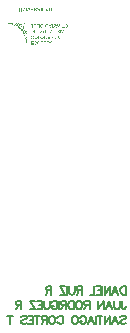
<source format=gbo>
%FSTAX23Y23*%
%MOIN*%
%SFA1B1*%

%IPPOS*%
%ADD29C,0.006693*%
%LNntc-1*%
%LPD*%
G36*
X02971Y0359D02*
Y03589D01*
X0297*
Y03589*
Y03589*
X0297*
Y03589*
Y03588*
Y03588*
X0297*
Y03588*
Y03588*
Y03587*
X0297*
Y03587*
Y03587*
X02969*
Y03586*
Y03586*
Y03586*
X02969*
Y03586*
Y03585*
X02969*
Y03585*
Y03585*
Y03585*
X02969*
Y03584*
Y03584*
X02968*
Y03584*
Y03583*
Y03583*
X02968*
Y03583*
Y03583*
X02968*
Y03582*
Y03582*
Y03582*
X02967*
Y03582*
Y03581*
X02967*
Y03581*
Y03581*
Y0358*
X02967*
Y0358*
Y0358*
X02967*
Y0358*
Y03579*
Y03579*
X02966*
Y03579*
Y03579*
X02964*
Y03579*
Y03579*
Y03579*
X02964*
Y0358*
Y0358*
X02964*
Y0358*
Y0358*
Y03581*
X02963*
Y03581*
Y03581*
Y03582*
X02963*
Y03582*
Y03582*
X02963*
Y03582*
Y03583*
Y03583*
X02963*
Y03583*
Y03583*
Y03584*
X02962*
Y03584*
Y03584*
X02962*
Y03585*
Y03585*
Y03585*
X02962*
Y03585*
Y03586*
Y03586*
X02961*
Y03586*
Y03586*
X02961*
Y03587*
Y03587*
Y03587*
X02961*
Y03588*
Y03588*
Y03588*
X02961*
Y03588*
Y03589*
X0296*
Y03589*
Y03589*
Y03589*
X0296*
Y0359*
Y0359*
X02962*
Y0359*
Y03589*
X02962*
Y03589*
Y03589*
Y03589*
X02963*
Y03588*
Y03588*
Y03588*
X02963*
Y03588*
Y03587*
Y03587*
X02963*
Y03587*
X02967*
Y03587*
X02968*
Y03587*
X02968*
Y03588*
Y03588*
Y03588*
X02968*
Y03588*
Y03589*
Y03589*
X02969*
Y03589*
Y03589*
X02969*
Y0359*
Y0359*
X02971*
Y0359*
G37*
G36*
X02932D02*
X02932D01*
Y03589*
Y03589*
X02932*
Y03589*
X02931*
Y03589*
Y03588*
X02931*
Y03588*
X02931*
Y03588*
Y03588*
X02931*
Y03587*
X0293*
Y03587*
Y03587*
X0293*
Y03586*
X0293*
Y03586*
Y03586*
X0293*
Y03586*
X02929*
Y03585*
X02929*
Y03585*
Y03585*
X02929*
Y03585*
X0293*
Y03584*
X0293*
Y03584*
X02931*
Y03584*
X02931*
Y03583*
X02931*
Y03583*
Y03583*
Y03583*
X02931*
Y03582*
Y03582*
Y03582*
Y03582*
Y03581*
Y03581*
Y03581*
X02931*
Y0358*
Y0358*
Y0358*
X02931*
Y0358*
X02931*
Y03579*
X0293*
Y03579*
X0293*
Y03579*
X02929*
Y03579*
X02922*
Y03579*
Y03579*
Y03579*
Y0358*
Y0358*
Y0358*
Y0358*
Y03581*
Y03581*
Y03581*
Y03582*
Y03582*
Y03582*
Y03582*
Y03583*
Y03583*
Y03583*
Y03583*
Y03584*
Y03584*
Y03584*
Y03585*
Y03585*
Y03585*
Y03585*
Y03586*
Y03586*
Y03586*
Y03586*
Y03587*
Y03587*
Y03587*
Y03588*
Y03588*
Y03588*
Y03588*
Y03589*
Y03589*
Y03589*
Y03589*
Y0359*
Y0359*
X02924*
Y0359*
Y03589*
Y03589*
Y03589*
Y03589*
Y03588*
Y03588*
Y03588*
Y03588*
Y03587*
Y03587*
Y03587*
Y03586*
Y03586*
Y03586*
Y03586*
Y03585*
Y03585*
X02927*
Y03585*
X02927*
Y03586*
X02927*
Y03586*
X02928*
Y03586*
Y03586*
X02928*
Y03587*
X02928*
Y03587*
Y03587*
X02928*
Y03588*
X02929*
Y03588*
Y03588*
X02929*
Y03588*
X02929*
Y03589*
Y03589*
X0293*
Y03589*
X0293*
Y03589*
Y0359*
X0293*
Y0359*
X02932*
Y0359*
G37*
G36*
X02893D02*
Y03589D01*
Y03589*
Y03589*
Y03589*
Y03588*
Y03588*
Y03588*
Y03588*
Y03587*
Y03587*
Y03587*
Y03586*
Y03586*
Y03586*
Y03586*
Y03585*
Y03585*
Y03585*
Y03585*
Y03584*
Y03584*
Y03584*
Y03583*
Y03583*
Y03583*
Y03583*
Y03582*
Y03582*
Y03582*
Y03582*
Y03581*
Y03581*
Y03581*
Y0358*
Y0358*
Y0358*
Y0358*
Y03579*
Y03579*
Y03579*
Y03579*
X02891*
Y03579*
Y03579*
Y03579*
Y0358*
Y0358*
Y0358*
Y0358*
Y03581*
Y03581*
Y03581*
Y03582*
Y03582*
Y03582*
Y03582*
Y03583*
Y03583*
Y03583*
Y03583*
Y03584*
Y03584*
Y03584*
Y03585*
Y03585*
Y03585*
Y03585*
Y03586*
Y03586*
Y03586*
Y03586*
Y03587*
X02891*
Y03586*
Y03586*
X02891*
Y03586*
Y03586*
X0289*
Y03585*
X0289*
Y03585*
Y03585*
X0289*
Y03585*
X02889*
Y03584*
Y03584*
X02889*
Y03584*
X02889*
Y03583*
Y03583*
X02889*
Y03583*
X02888*
Y03583*
Y03582*
X02888*
Y03582*
Y03582*
X02888*
Y03582*
X02888*
Y03581*
Y03581*
X02887*
Y03581*
X02887*
Y0358*
Y0358*
X02887*
Y0358*
X02886*
Y0358*
Y03579*
X02886*
Y03579*
Y03579*
X02886*
Y03579*
X02884*
Y03579*
Y03579*
Y03579*
Y0358*
Y0358*
Y0358*
Y0358*
Y03581*
Y03581*
Y03581*
Y03582*
Y03582*
Y03582*
Y03582*
Y03583*
Y03583*
Y03583*
Y03583*
Y03584*
Y03584*
Y03584*
Y03585*
Y03585*
Y03585*
Y03585*
Y03586*
Y03586*
Y03586*
Y03586*
Y03587*
Y03587*
Y03587*
Y03588*
Y03588*
Y03588*
Y03588*
Y03589*
Y03589*
Y03589*
Y03589*
Y0359*
Y0359*
X02886*
Y0359*
Y03589*
Y03589*
Y03589*
Y03589*
Y03588*
Y03588*
Y03588*
Y03588*
Y03587*
Y03587*
Y03587*
Y03586*
Y03586*
Y03586*
Y03586*
Y03585*
Y03585*
Y03585*
Y03585*
Y03584*
Y03584*
Y03584*
Y03583*
Y03583*
Y03583*
Y03583*
Y03582*
Y03582*
Y03582*
X02886*
Y03582*
X02886*
Y03582*
X02886*
Y03583*
Y03583*
X02887*
Y03583*
X02887*
Y03583*
Y03584*
X02887*
Y03584*
X02888*
Y03584*
Y03585*
X02888*
Y03585*
Y03585*
X02888*
Y03585*
X02888*
Y03586*
Y03586*
X02889*
Y03586*
X02889*
Y03586*
Y03587*
X02889*
Y03587*
X02889*
Y03587*
Y03588*
X0289*
Y03588*
X0289*
Y03588*
Y03588*
X0289*
Y03589*
Y03589*
X02891*
Y03589*
X02891*
Y03589*
Y0359*
X02891*
Y0359*
X02893*
Y0359*
G37*
G36*
X02979D02*
X02979D01*
Y03589*
X0298*
Y03589*
X0298*
Y03589*
X0298*
Y03589*
Y03588*
X02981*
Y03588*
X02981*
Y03588*
Y03588*
X02981*
Y03587*
Y03587*
X02982*
Y03587*
Y03586*
Y03586*
Y03586*
X02982*
Y03586*
Y03585*
Y03585*
Y03585*
Y03585*
Y03584*
Y03584*
Y03584*
Y03583*
Y03583*
Y03583*
Y03583*
X02982*
Y03582*
Y03582*
Y03582*
Y03582*
X02981*
Y03581*
Y03581*
X02981*
Y03581*
Y0358*
X02981*
Y0358*
X0298*
Y0358*
X0298*
Y0358*
X0298*
Y03579*
X02979*
Y03579*
X02979*
Y03579*
X02978*
Y03579*
X02972*
Y03579*
Y03579*
Y03579*
Y0358*
Y0358*
Y0358*
Y0358*
Y03581*
Y03581*
Y03581*
Y03582*
Y03582*
Y03582*
Y03582*
Y03583*
Y03583*
Y03583*
Y03583*
Y03584*
Y03584*
Y03584*
Y03585*
Y03585*
Y03585*
Y03585*
Y03586*
Y03586*
Y03586*
Y03586*
Y03587*
Y03587*
Y03587*
Y03588*
Y03588*
Y03588*
Y03588*
Y03589*
Y03589*
Y03589*
Y03589*
Y0359*
Y0359*
X02979*
Y0359*
G37*
G36*
X02956D02*
X02957D01*
Y03589*
X02957*
Y03589*
X02957*
Y03589*
X02958*
Y03589*
X02958*
Y03588*
X02958*
Y03588*
Y03588*
X02958*
Y03588*
Y03587*
X02959*
Y03587*
Y03587*
Y03586*
X02959*
Y03586*
Y03586*
Y03586*
Y03585*
Y03585*
Y03585*
Y03585*
Y03584*
Y03584*
Y03584*
Y03583*
Y03583*
Y03583*
Y03583*
Y03582*
Y03582*
X02959*
Y03582*
Y03582*
Y03581*
X02958*
Y03581*
Y03581*
X02958*
Y0358*
X02958*
Y0358*
Y0358*
X02958*
Y0358*
X02957*
Y03579*
X02957*
Y03579*
X02956*
Y03579*
X02955*
Y03579*
X02949*
Y03579*
Y03579*
Y03579*
Y0358*
Y0358*
Y0358*
Y0358*
Y03581*
Y03581*
Y03581*
Y03582*
Y03582*
Y03582*
Y03582*
Y03583*
Y03583*
Y03583*
Y03583*
Y03584*
Y03584*
Y03584*
Y03585*
Y03585*
Y03585*
Y03585*
Y03586*
Y03586*
Y03586*
Y03586*
Y03587*
Y03587*
Y03587*
Y03588*
Y03588*
Y03588*
Y03588*
Y03589*
Y03589*
Y03589*
Y03589*
Y0359*
Y0359*
X02956*
Y0359*
G37*
G36*
X02947D02*
Y03589D01*
Y03589*
Y03589*
Y03589*
Y03588*
Y03588*
Y03588*
Y03588*
Y03587*
Y03587*
Y03587*
Y03586*
Y03586*
Y03586*
Y03586*
Y03585*
Y03585*
Y03585*
Y03585*
Y03584*
Y03584*
Y03584*
Y03583*
Y03583*
Y03583*
Y03583*
Y03582*
Y03582*
Y03582*
Y03582*
Y03581*
Y03581*
Y03581*
Y0358*
Y0358*
Y0358*
Y0358*
Y03579*
Y03579*
Y03579*
X02946*
Y03579*
X02945*
Y03579*
Y03579*
Y03579*
Y0358*
Y0358*
Y0358*
Y0358*
Y03581*
Y03581*
Y03581*
Y03582*
Y03582*
Y03582*
Y03582*
Y03583*
Y03583*
Y03583*
Y03583*
Y03584*
Y03584*
Y03584*
Y03585*
Y03585*
Y03585*
Y03585*
Y03586*
Y03586*
Y03586*
Y03586*
Y03587*
Y03587*
Y03587*
Y03588*
Y03588*
Y03588*
Y03588*
Y03589*
Y03589*
Y03589*
Y03589*
Y0359*
Y0359*
X02947*
Y0359*
G37*
G36*
X0292D02*
Y03589D01*
Y03589*
Y03589*
Y03589*
X0292*
Y03588*
X02913*
Y03588*
Y03588*
Y03588*
Y03587*
Y03587*
Y03587*
Y03586*
Y03586*
Y03586*
Y03586*
Y03585*
Y03585*
X02919*
Y03585*
X02919*
Y03585*
Y03584*
Y03584*
Y03584*
Y03583*
X02919*
Y03583*
X02913*
Y03583*
Y03583*
Y03582*
Y03582*
Y03582*
Y03582*
Y03581*
Y03581*
Y03581*
Y0358*
Y0358*
X0292*
Y0358*
Y0358*
Y03579*
Y03579*
Y03579*
Y03579*
X02912*
Y03579*
Y03579*
Y03579*
Y0358*
Y0358*
Y0358*
Y0358*
Y03581*
Y03581*
Y03581*
Y03582*
Y03582*
Y03582*
Y03582*
Y03583*
Y03583*
Y03583*
Y03583*
Y03584*
Y03584*
Y03584*
Y03585*
Y03585*
Y03585*
Y03585*
Y03586*
Y03586*
Y03586*
Y03586*
Y03587*
Y03587*
Y03587*
Y03588*
Y03588*
Y03588*
Y03588*
Y03589*
Y03589*
Y03589*
Y03589*
Y0359*
Y0359*
X0292*
Y0359*
G37*
G36*
X02906D02*
Y03589D01*
X02906*
Y03589*
Y03589*
X02906*
Y03589*
Y03588*
Y03588*
X02906*
Y03588*
Y03588*
X02907*
Y03587*
Y03587*
Y03587*
X02907*
Y03586*
Y03586*
X02907*
Y03586*
Y03586*
Y03585*
X02907*
Y03585*
Y03585*
Y03585*
X02908*
Y03584*
Y03584*
Y03584*
X02908*
Y03583*
Y03583*
X02908*
Y03583*
Y03583*
Y03582*
X02909*
Y03582*
Y03582*
X02909*
Y03582*
Y03581*
Y03581*
X02909*
Y03581*
Y0358*
Y0358*
X02909*
Y0358*
Y0358*
X0291*
Y03579*
Y03579*
Y03579*
Y03579*
X02908*
Y03579*
Y03579*
X02908*
Y03579*
Y0358*
Y0358*
X02907*
Y0358*
Y0358*
X02907*
Y03581*
Y03581*
Y03581*
X02907*
Y03582*
Y03582*
Y03582*
X02907*
Y03582*
Y03583*
Y03583*
X02906*
Y03583*
Y03583*
X02906*
Y03584*
Y03584*
Y03584*
X02906*
Y03585*
Y03585*
Y03585*
X02906*
Y03585*
Y03586*
X02905*
Y03586*
Y03586*
Y03586*
X02905*
Y03587*
Y03587*
Y03587*
X02905*
Y03588*
Y03588*
X02904*
Y03588*
X02904*
Y03587*
Y03587*
Y03587*
X02904*
Y03586*
Y03586*
Y03586*
X02904*
Y03586*
Y03585*
Y03585*
X02903*
Y03585*
Y03585*
Y03584*
X02903*
Y03584*
Y03584*
Y03583*
X02903*
Y03583*
Y03583*
Y03583*
X02903*
Y03582*
Y03582*
Y03582*
X02902*
Y03582*
Y03581*
Y03581*
X02902*
Y03581*
Y0358*
X02902*
Y0358*
Y0358*
Y0358*
X02901*
Y03579*
Y03579*
Y03579*
X02901*
Y03579*
X02899*
Y03579*
X029*
Y03579*
Y03579*
Y0358*
X029*
Y0358*
Y0358*
Y0358*
X029*
Y03581*
Y03581*
X029*
Y03581*
Y03582*
Y03582*
X02901*
Y03582*
Y03582*
Y03583*
X02901*
Y03583*
Y03583*
Y03583*
X02901*
Y03584*
Y03584*
X02901*
Y03584*
Y03585*
Y03585*
X02902*
Y03585*
Y03585*
Y03586*
X02902*
Y03586*
Y03586*
X02902*
Y03586*
Y03587*
Y03587*
X02903*
Y03587*
Y03588*
X02903*
Y03588*
Y03588*
Y03588*
X02903*
Y03589*
Y03589*
Y03589*
X02903*
Y03589*
Y0359*
Y0359*
X02906*
Y0359*
G37*
G36*
X02898D02*
Y03589D01*
Y03589*
Y03589*
Y03589*
Y03588*
Y03588*
Y03588*
Y03588*
Y03587*
Y03587*
Y03587*
Y03586*
Y03586*
Y03586*
Y03586*
Y03585*
Y03585*
Y03585*
Y03585*
Y03584*
Y03584*
Y03584*
Y03583*
Y03583*
Y03583*
Y03583*
Y03582*
Y03582*
Y03582*
Y03582*
Y03581*
Y03581*
Y03581*
Y0358*
Y0358*
Y0358*
Y0358*
Y03579*
Y03579*
Y03579*
Y03579*
X02896*
Y03579*
Y03579*
Y03579*
Y0358*
Y0358*
Y0358*
Y0358*
Y03581*
Y03581*
Y03581*
Y03582*
Y03582*
Y03582*
Y03582*
Y03583*
Y03583*
Y03583*
Y03583*
Y03584*
Y03584*
Y03584*
Y03585*
Y03585*
Y03585*
Y03585*
Y03586*
Y03586*
Y03586*
Y03586*
Y03587*
Y03587*
Y03587*
Y03588*
Y03588*
Y03588*
Y03588*
Y03589*
Y03589*
Y03589*
Y03589*
Y0359*
Y0359*
X02898*
Y0359*
G37*
G36*
X0294Y0359D02*
X0294D01*
Y0359*
X02941*
Y03589*
X02942*
Y03589*
X02942*
Y03589*
Y03589*
X02942*
Y03588*
X02942*
Y03588*
Y03588*
Y03588*
X02943*
Y03587*
Y03587*
Y03587*
Y03586*
Y03586*
Y03586*
X02942*
Y03586*
Y03585*
X02942*
Y03585*
Y03585*
X02942*
Y03585*
X02942*
Y03584*
X02941*
Y03584*
X0294*
Y03584*
X0294*
Y03583*
X02939*
Y03583*
X02937*
Y03583*
X02937*
Y03583*
X02936*
Y03582*
X02936*
Y03582*
X02936*
Y03582*
Y03582*
Y03581*
Y03581*
Y03581*
X02936*
Y0358*
X02936*
Y0358*
X02937*
Y0358*
X02939*
Y0358*
X0294*
Y0358*
X0294*
Y03581*
X0294*
Y03581*
Y03581*
X0294*
Y03582*
Y03582*
X02941*
Y03582*
X02941*
Y03582*
X02942*
Y03582*
Y03581*
Y03581*
Y03581*
Y0358*
X02942*
Y0358*
X02942*
Y0358*
Y0358*
X02941*
Y03579*
X02941*
Y03579*
X0294*
Y03579*
X0294*
Y03579*
X02939*
Y03578*
X02937*
Y03579*
X02936*
Y03579*
X02935*
Y03579*
X02935*
Y03579*
X02934*
Y0358*
Y0358*
X02934*
Y0358*
X02934*
Y0358*
Y03581*
Y03581*
Y03581*
Y03582*
Y03582*
Y03582*
Y03582*
Y03583*
Y03583*
X02934*
Y03583*
Y03583*
X02934*
Y03584*
X02935*
Y03584*
X02935*
Y03584*
X02936*
Y03585*
X02937*
Y03585*
X02938*
Y03585*
X02939*
Y03585*
X0294*
Y03586*
X0294*
Y03586*
X0294*
Y03586*
X02941*
Y03586*
Y03587*
Y03587*
Y03587*
Y03588*
Y03588*
X0294*
Y03588*
X0294*
Y03588*
X0294*
Y03589*
X02939*
Y03589*
X02938*
Y03589*
X02937*
Y03588*
X02936*
Y03588*
X02936*
Y03588*
X02936*
Y03588*
X02935*
Y03587*
Y03587*
X02935*
Y03587*
Y03586*
Y03586*
X02934*
Y03586*
X02933*
Y03587*
Y03587*
Y03587*
Y03588*
X02934*
Y03588*
Y03588*
X02934*
Y03588*
Y03589*
X02934*
Y03589*
X02934*
Y03589*
X02935*
Y03589*
X02935*
Y0359*
X02936*
Y0359*
X02937*
Y0359*
X0294*
Y0359*
G37*
G36*
X02879D02*
X02879D01*
Y0359*
X0288*
Y03589*
X0288*
Y03589*
X0288*
Y03589*
X02881*
Y03589*
X02881*
Y03588*
X02881*
Y03588*
Y03588*
Y03588*
X02882*
Y03587*
Y03587*
Y03587*
Y03586*
Y03586*
Y03586*
X02882*
Y03586*
Y03585*
Y03585*
Y03585*
Y03585*
Y03584*
Y03584*
Y03584*
Y03583*
Y03583*
Y03583*
Y03583*
Y03582*
Y03582*
Y03582*
Y03582*
Y03581*
Y03581*
Y03581*
Y0358*
Y0358*
Y0358*
Y0358*
Y03579*
Y03579*
Y03579*
Y03579*
Y03578*
Y03578*
Y03578*
X02882*
Y03577*
X0288*
Y03578*
Y03578*
Y03578*
Y03579*
Y03579*
Y03579*
Y03579*
Y0358*
Y0358*
Y0358*
Y0358*
Y03581*
Y03581*
Y03581*
Y03582*
Y03582*
Y03582*
Y03582*
Y03583*
Y03583*
Y03583*
Y03583*
Y03584*
Y03584*
Y03584*
Y03585*
Y03585*
Y03585*
Y03585*
Y03586*
Y03586*
Y03586*
X0288*
Y03586*
Y03587*
Y03587*
Y03587*
X0288*
Y03588*
Y03588*
X02879*
Y03588*
X02879*
Y03588*
X02879*
Y03589*
X02877*
Y03589*
X02877*
Y03589*
X02876*
Y03588*
X02875*
Y03588*
X02875*
Y03588*
X02874*
Y03588*
Y03587*
X02874*
Y03587*
Y03587*
Y03586*
Y03586*
Y03586*
X02874*
Y03586*
Y03585*
Y03585*
Y03585*
Y03585*
Y03584*
Y03584*
Y03584*
Y03583*
Y03583*
Y03583*
Y03583*
Y03582*
Y03582*
Y03582*
Y03582*
Y03581*
Y03581*
Y03581*
Y0358*
Y0358*
Y0358*
Y0358*
Y03579*
Y03579*
Y03579*
Y03579*
Y03578*
Y03578*
Y03578*
Y03577*
X02873*
Y03578*
Y03578*
Y03578*
Y03579*
Y03579*
Y03579*
Y03579*
Y0358*
Y0358*
Y0358*
Y0358*
Y03581*
Y03581*
Y03581*
Y03582*
Y03582*
Y03582*
Y03582*
Y03583*
Y03583*
Y03583*
Y03583*
Y03584*
Y03584*
Y03584*
Y03585*
Y03585*
Y03585*
Y03585*
Y03586*
Y03586*
Y03586*
Y03586*
Y03587*
Y03587*
Y03587*
X02873*
Y03588*
Y03588*
Y03588*
X02873*
Y03588*
Y03589*
X02873*
Y03589*
X02874*
Y03589*
X02874*
Y03589*
X02874*
Y0359*
X02875*
Y0359*
X02876*
Y0359*
X02879*
Y0359*
G37*
G36*
X03035Y03561D02*
Y0356D01*
Y0356*
X03035*
Y0356*
X02819*
Y0356*
X02819*
Y0356*
Y03561*
X02819*
Y03561*
X03035*
Y03561*
G37*
G36*
X02906Y03543D02*
Y03543D01*
X02905*
Y03542*
X0282*
Y03543*
Y03543*
Y03543*
X02906*
Y03543*
G37*
G36*
X02891Y0354D02*
Y03539D01*
X02891*
Y03539*
Y03539*
Y03539*
Y03538*
Y03538*
Y03538*
Y03537*
Y03537*
Y03537*
Y03537*
Y03536*
X02891*
Y03536*
Y03536*
Y03536*
Y03535*
Y03535*
Y03535*
Y03534*
Y03534*
Y03534*
Y03534*
X02892*
Y03533*
X02894*
Y03533*
X02897*
Y03533*
X02898*
Y03533*
X02898*
Y03532*
Y03532*
Y03532*
Y03531*
Y03531*
Y03531*
Y03531*
Y0353*
Y0353*
Y0353*
Y0353*
Y03529*
Y03529*
Y03529*
Y03528*
Y03528*
Y03528*
Y03528*
Y03527*
Y03527*
Y03527*
Y03527*
Y03526*
Y03526*
Y03526*
Y03525*
Y03525*
X02898*
Y03525*
X02897*
Y03525*
X02896*
Y03525*
X02895*
Y03526*
X02894*
Y03526*
X02892*
Y03526*
X02892*
Y03525*
Y03525*
X02892*
Y03525*
Y03525*
Y03524*
Y03524*
Y03524*
Y03524*
Y03523*
Y03523*
Y03523*
Y03522*
X02893*
Y03522*
Y03522*
Y03522*
Y03521*
Y03521*
Y03521*
Y03521*
Y0352*
X02893*
Y0352*
X02894*
Y0352*
X02894*
Y03519*
X02895*
Y03519*
X02896*
Y03519*
X02897*
Y03519*
X02898*
Y03518*
X02898*
Y03518*
Y03518*
Y03518*
Y03517*
Y03517*
Y03517*
Y03516*
Y03516*
Y03516*
Y03516*
Y03515*
Y03515*
Y03515*
Y03515*
Y03514*
Y03514*
Y03514*
Y03513*
Y03513*
Y03513*
Y03513*
Y03512*
Y03512*
Y03512*
Y03512*
Y03511*
Y03511*
Y03511*
X02898*
Y0351*
X02897*
Y03511*
X02897*
Y03511*
X02897*
Y03511*
X02896*
Y03512*
X02895*
Y03512*
X02895*
Y03512*
X02894*
Y03512*
X02894*
Y03512*
Y03512*
Y03512*
Y03511*
X02894*
Y03511*
Y03511*
Y0351*
Y0351*
Y0351*
Y0351*
Y03509*
Y03509*
Y03509*
Y03509*
X02894*
Y03508*
Y03508*
Y03508*
Y03507*
Y03507*
Y03507*
X02894*
Y03507*
X02895*
Y03506*
X02895*
Y03506*
X02895*
Y03506*
X02896*
Y03506*
X02896*
Y03505*
X02897*
Y03505*
X02897*
Y03505*
X02897*
Y03504*
X02898*
Y03504*
Y03504*
X02898*
Y03504*
Y03503*
Y03503*
Y03503*
Y03503*
Y03502*
Y03502*
Y03502*
Y03501*
Y03501*
Y03501*
Y03501*
Y035*
Y035*
Y035*
Y035*
Y03499*
Y03499*
Y03499*
Y03498*
Y03498*
Y03498*
Y03498*
Y03497*
Y03497*
Y03497*
Y03497*
X02897*
Y03497*
X02897*
Y03497*
X02897*
Y03497*
Y03498*
X02896*
Y03498*
X02896*
Y03498*
X02896*
Y03498*
X02895*
Y03499*
X02895*
Y03498*
Y03498*
Y03498*
Y03498*
Y03497*
Y03497*
X02895*
Y03497*
Y03497*
Y03496*
Y03496*
Y03496*
Y03495*
Y03495*
Y03495*
Y03495*
Y03494*
X02895*
Y03494*
Y03494*
Y03494*
Y03493*
Y03493*
X02896*
Y03493*
X02896*
Y03492*
Y03492*
X02896*
Y03492*
X02897*
Y03492*
X02897*
Y03491*
Y03491*
X02897*
Y03491*
X02897*
Y03491*
Y0349*
X02898*
Y0349*
X02898*
Y0349*
Y03489*
Y03489*
Y03489*
Y03489*
Y03488*
Y03488*
Y03488*
Y03488*
Y03487*
Y03487*
Y03487*
Y03486*
Y03486*
Y03486*
Y03486*
Y03485*
Y03485*
Y03485*
Y03485*
Y03484*
Y03484*
Y03484*
Y03483*
Y03483*
X02898*
Y03483*
Y03483*
Y03482*
X02897*
Y03483*
Y03483*
X02897*
Y03483*
X02897*
Y03483*
Y03483*
Y03482*
Y03482*
Y03482*
Y03482*
Y03481*
Y03481*
Y03481*
Y0348*
Y0348*
X02897*
Y0348*
Y0348*
Y03479*
Y03479*
Y03479*
Y03479*
Y03478*
X02897*
Y03478*
Y03478*
Y03477*
X02897*
Y03477*
Y03477*
Y03477*
X02898*
Y03476*
Y03476*
Y03476*
X02898*
Y03476*
Y03475*
Y03475*
Y03475*
Y03474*
Y03474*
Y03474*
Y03474*
Y03473*
Y03473*
Y03473*
Y03473*
Y03472*
Y03472*
Y03472*
Y03471*
Y03471*
Y03471*
Y03471*
Y0347*
Y0347*
Y0347*
Y0347*
Y03469*
Y03469*
Y03469*
Y03468*
Y03468*
Y03468*
X02898*
Y03468*
X02897*
Y03468*
X02897*
Y03468*
Y03468*
X02897*
Y03469*
Y03469*
Y03469*
Y0347*
Y0347*
Y0347*
X02897*
Y0347*
Y03471*
Y03471*
Y03471*
Y03471*
Y03472*
Y03472*
X02896*
Y03472*
Y03473*
Y03473*
Y03473*
Y03473*
Y03474*
X02896*
Y03474*
Y03474*
Y03474*
Y03475*
Y03475*
X02896*
Y03475*
Y03476*
Y03476*
Y03476*
Y03476*
X02895*
Y03477*
Y03477*
Y03477*
Y03477*
X02895*
Y03478*
Y03478*
Y03478*
Y03479*
Y03479*
Y03479*
X02895*
Y03479*
Y0348*
Y0348*
Y0348*
Y0348*
X02895*
Y03481*
Y03481*
Y03481*
Y03482*
Y03482*
X02894*
Y03482*
Y03482*
Y03483*
Y03483*
X02894*
Y03483*
Y03483*
Y03484*
Y03484*
Y03484*
X02894*
Y03485*
Y03485*
Y03485*
Y03485*
X02894*
Y03486*
Y03486*
Y03486*
Y03486*
X02893*
Y03487*
Y03487*
Y03487*
X02893*
Y03488*
Y03488*
Y03488*
X02893*
Y03488*
Y03489*
Y03489*
X02892*
Y03489*
Y03489*
Y0349*
X02892*
Y0349*
Y0349*
Y03491*
X02892*
Y03491*
Y03491*
Y03491*
X02892*
Y03492*
Y03492*
Y03492*
X02891*
Y03492*
Y03493*
Y03493*
X02891*
Y03493*
Y03494*
Y03494*
Y03494*
X02891*
Y03494*
Y03495*
Y03495*
X02891*
Y03495*
Y03495*
Y03496*
X0289*
Y03496*
Y03496*
X0289*
Y03497*
Y03497*
Y03497*
X0289*
Y03497*
Y03498*
X02889*
Y03498*
Y03498*
X02889*
Y03498*
Y03499*
Y03499*
X02889*
Y03499*
Y035*
X02889*
Y035*
Y035*
X02888*
Y035*
Y03501*
X02888*
Y03501*
Y03501*
X02888*
Y03501*
Y03502*
X02888*
Y03502*
Y03502*
X02887*
Y03503*
Y03503*
X02887*
Y03503*
Y03503*
X02887*
Y03504*
Y03504*
X02886*
Y03504*
Y03504*
X02886*
Y03505*
Y03505*
X02886*
Y03505*
Y03506*
X02886*
Y03506*
Y03506*
X02885*
Y03506*
Y03507*
X02885*
Y03507*
X02885*
Y03507*
X02885*
Y03507*
X02884*
Y03508*
Y03508*
X02884*
Y03508*
X02884*
Y03509*
X02883*
Y03509*
Y03509*
X02883*
Y03509*
X02883*
Y0351*
Y0351*
X02883*
Y0351*
X02882*
Y0351*
X02882*
Y03511*
Y03511*
X02882*
Y03511*
X02882*
Y03512*
Y03512*
X02881*
Y03512*
X02881*
Y03512*
Y03513*
X02881*
Y03513*
X0288*
Y03513*
Y03513*
X0288*
Y03514*
X0288*
Y03514*
X0288*
Y03514*
Y03515*
X02879*
Y03515*
X02879*
Y03515*
X02879*
Y03515*
X02879*
Y03516*
X02878*
Y03516*
X02878*
Y03516*
Y03516*
X02878*
Y03517*
X02877*
Y03517*
X02877*
Y03517*
X02877*
Y03518*
X02877*
Y03518*
X02876*
Y03518*
X02876*
Y03518*
X02876*
Y03519*
X02876*
Y03519*
X02875*
Y03519*
X02875*
Y03519*
X02875*
Y0352*
X02874*
Y0352*
X02874*
Y0352*
X02874*
Y03521*
X02873*
Y03521*
X02873*
Y03521*
X02873*
Y03521*
X02872*
Y03522*
X02872*
Y03522*
X02872*
Y03522*
X02871*
Y03522*
X02871*
Y03523*
X02871*
Y03523*
X0287*
Y03523*
X0287*
Y03524*
X02869*
Y03524*
X02869*
Y03524*
X02869*
Y03524*
X02868*
Y03525*
X02868*
Y03525*
X02868*
Y03525*
X02867*
Y03525*
X02867*
Y03526*
X02866*
Y03526*
X02866*
Y03526*
X02866*
Y03527*
X02865*
Y03527*
X02865*
Y03527*
X02865*
Y03527*
X02864*
Y03528*
X02864*
Y03528*
X02863*
Y03528*
X02863*
Y03528*
X02862*
Y03529*
X02862*
Y03529*
X02861*
Y03529*
X02861*
Y0353*
X0286*
Y0353*
X02859*
Y0353*
X02859*
Y0353*
X02859*
Y03531*
X02858*
Y03531*
X02857*
Y03531*
X02857*
Y03531*
X02856*
Y03532*
X02856*
Y03532*
X02855*
Y03532*
X02854*
Y03533*
X02853*
Y03533*
X02853*
Y03533*
X02852*
Y03533*
X02851*
Y03534*
X0285*
Y03534*
X02849*
Y03534*
X02849*
Y03534*
X02848*
Y03535*
X02847*
Y03535*
X02846*
Y03535*
X02845*
Y03536*
X02844*
Y03536*
X02843*
Y03536*
X02842*
Y03536*
X0284*
Y03537*
X02839*
Y03537*
X02838*
Y03537*
X02837*
Y03537*
X02835*
Y03538*
X02834*
Y03538*
X02833*
Y03538*
X02831*
Y03539*
X02829*
Y03539*
X02828*
Y03539*
X02827*
Y03539*
X02827*
Y0354*
X02827*
Y0354*
X02835*
Y0354*
X02836*
Y03539*
X02837*
Y03539*
X02838*
Y03539*
X02841*
Y03539*
X02842*
Y03539*
X02842*
Y03539*
X02841*
Y03539*
X02841*
Y0354*
X02841*
Y0354*
X02849*
Y0354*
X02849*
Y03539*
X0285*
Y03539*
X0285*
Y03539*
X0285*
Y03539*
X02851*
Y03538*
X02851*
Y03538*
X02852*
Y03538*
X02852*
Y03537*
X02854*
Y03537*
X02856*
Y03537*
X02857*
Y03537*
X02857*
Y03537*
X02857*
Y03538*
X02857*
Y03538*
X02856*
Y03538*
X02856*
Y03539*
X02856*
Y03539*
X02856*
Y03539*
X02855*
Y03539*
X02855*
Y0354*
Y0354*
X02863*
Y0354*
X02863*
Y03539*
X02863*
Y03539*
Y03539*
X02864*
Y03539*
X02864*
Y03538*
X02864*
Y03538*
Y03538*
X02864*
Y03537*
X02865*
Y03537*
Y03537*
X02865*
Y03537*
X02865*
Y03536*
X02865*
Y03536*
X02867*
Y03536*
X0287*
Y03536*
X02871*
Y03536*
X02871*
Y03536*
Y03536*
Y03537*
X02871*
Y03537*
X0287*
Y03537*
Y03537*
Y03538*
X0287*
Y03538*
Y03538*
X0287*
Y03539*
X0287*
Y03539*
Y03539*
X02869*
Y03539*
Y0354*
Y0354*
X02877*
Y0354*
X02877*
Y03539*
Y03539*
Y03539*
X02877*
Y03539*
Y03538*
Y03538*
X02878*
Y03538*
Y03537*
Y03537*
Y03537*
X02878*
Y03537*
Y03536*
Y03536*
X02878*
Y03536*
Y03536*
Y03535*
X02879*
Y03535*
X02879*
Y03535*
X02881*
Y03534*
X02883*
Y03534*
X02884*
Y03534*
X02884*
Y03535*
Y03535*
X02884*
Y03535*
Y03536*
Y03536*
Y03536*
Y03536*
Y03537*
X02884*
Y03537*
Y03537*
Y03537*
Y03538*
X02883*
Y03538*
Y03538*
Y03539*
Y03539*
X02883*
Y03539*
Y03539*
Y0354*
Y0354*
X02891*
Y0354*
G37*
G36*
X03002Y03535D02*
Y03534D01*
Y03534*
X03001*
Y03534*
Y03534*
X03001*
Y03533*
Y03533*
Y03533*
X03001*
Y03533*
Y03532*
X03001*
Y03532*
Y03532*
Y03531*
X03*
Y03531*
Y03531*
X03*
Y03531*
Y0353*
Y0353*
X03*
Y0353*
Y0353*
Y03529*
X03*
Y03529*
Y03529*
X02999*
Y03528*
Y03528*
X02999*
Y03528*
Y03528*
Y03527*
X02999*
Y03527*
Y03527*
X02998*
Y03527*
Y03526*
Y03526*
X02998*
Y03526*
Y03525*
X02998*
Y03525*
Y03525*
Y03525*
X02998*
Y03524*
X02996*
Y03525*
Y03525*
X02996*
Y03525*
Y03525*
X02995*
Y03526*
Y03526*
Y03526*
X02995*
Y03527*
Y03527*
Y03527*
X02995*
Y03527*
Y03528*
X02995*
Y03528*
Y03528*
Y03528*
X02994*
Y03529*
Y03529*
X02994*
Y03529*
Y0353*
Y0353*
X02994*
Y0353*
Y0353*
Y03531*
X02994*
Y03531*
Y03531*
X02993*
Y03531*
Y03532*
Y03532*
X02993*
Y03532*
Y03533*
Y03533*
X02993*
Y03533*
Y03533*
X02992*
Y03534*
Y03534*
Y03534*
X02992*
Y03534*
Y03535*
Y03535*
X02994*
Y03535*
X02994*
Y03534*
Y03534*
Y03534*
X02994*
Y03534*
Y03533*
Y03533*
X02994*
Y03533*
Y03533*
Y03532*
X02995*
Y03532*
X02995*
Y03532*
X02999*
Y03532*
X02999*
Y03532*
Y03533*
X03*
Y03533*
Y03533*
Y03533*
X03*
Y03534*
Y03534*
Y03534*
X03*
Y03534*
Y03535*
X03*
Y03535*
X03002*
Y03535*
G37*
G36*
X02981D02*
Y03534D01*
X02981*
Y03534*
Y03534*
Y03534*
X02981*
Y03533*
Y03533*
X0298*
Y03533*
Y03533*
X0298*
Y03532*
Y03532*
Y03532*
X0298*
Y03531*
Y03531*
X0298*
Y03531*
Y03531*
Y0353*
X02979*
Y0353*
Y0353*
X02979*
Y0353*
Y03529*
Y03529*
X02979*
Y03529*
Y03528*
X02979*
Y03528*
Y03528*
Y03528*
X02978*
Y03527*
Y03527*
X02978*
Y03527*
Y03527*
Y03526*
X02978*
Y03526*
Y03526*
X02977*
Y03525*
Y03525*
Y03525*
X02977*
Y03525*
Y03524*
X02976*
Y03525*
X02975*
Y03525*
Y03525*
X02975*
Y03525*
Y03526*
Y03526*
X02975*
Y03526*
Y03527*
X02974*
Y03527*
Y03527*
Y03527*
X02974*
Y03528*
Y03528*
X02974*
Y03528*
Y03528*
Y03529*
X02974*
Y03529*
Y03529*
Y0353*
X02973*
Y0353*
Y0353*
Y0353*
X02973*
Y03531*
Y03531*
X02973*
Y03531*
Y03531*
Y03532*
X02973*
Y03532*
Y03532*
Y03533*
X02972*
Y03533*
Y03533*
X02972*
Y03533*
Y03534*
Y03534*
X02972*
Y03534*
Y03534*
X02971*
Y03535*
Y03535*
X02973*
Y03535*
Y03534*
Y03534*
X02973*
Y03534*
Y03534*
X02974*
Y03533*
Y03533*
Y03533*
X02974*
Y03533*
Y03532*
Y03532*
X02974*
Y03532*
X02978*
Y03532*
X02979*
Y03532*
X02979*
Y03533*
Y03533*
Y03533*
X02979*
Y03533*
Y03534*
X02979*
Y03534*
Y03534*
Y03534*
X0298*
Y03535*
Y03535*
X02981*
Y03535*
G37*
G36*
X02992D02*
Y03534D01*
X02991*
Y03534*
Y03534*
X02991*
Y03534*
X02991*
Y03533*
Y03533*
X02991*
Y03533*
X0299*
Y03533*
Y03532*
X0299*
Y03532*
X0299*
Y03532*
Y03531*
X02989*
Y03531*
X02989*
Y03531*
X02989*
Y03531*
X02989*
Y0353*
X02988*
Y0353*
X02989*
Y0353*
X0299*
Y0353*
X0299*
Y03529*
X0299*
Y03529*
X02991*
Y03529*
Y03528*
X02991*
Y03528*
Y03528*
X02991*
Y03528*
Y03527*
Y03527*
Y03527*
X02991*
Y03527*
Y03526*
Y03526*
Y03526*
X02991*
Y03525*
X0299*
Y03525*
X0299*
Y03525*
X0299*
Y03525*
X02989*
Y03524*
X02982*
Y03525*
Y03525*
Y03525*
Y03525*
Y03526*
Y03526*
Y03526*
Y03527*
Y03527*
Y03527*
Y03527*
Y03528*
Y03528*
Y03528*
Y03528*
Y03529*
Y03529*
Y03529*
Y0353*
Y0353*
Y0353*
Y0353*
Y03531*
Y03531*
Y03531*
Y03531*
Y03532*
Y03532*
Y03532*
Y03533*
Y03533*
Y03533*
Y03533*
Y03534*
Y03534*
Y03534*
Y03534*
Y03535*
Y03535*
X02984*
Y03535*
X02984*
Y03534*
Y03534*
Y03534*
Y03534*
Y03533*
Y03533*
Y03533*
Y03533*
Y03532*
Y03532*
Y03532*
Y03531*
Y03531*
Y03531*
Y03531*
Y0353*
X02987*
Y03531*
X02987*
Y03531*
X02987*
Y03531*
X02988*
Y03531*
X02988*
Y03532*
X02988*
Y03532*
Y03532*
X02988*
Y03533*
X02989*
Y03533*
Y03533*
X02989*
Y03533*
X02989*
Y03534*
Y03534*
X02989*
Y03534*
X0299*
Y03534*
Y03535*
X0299*
Y03535*
X02992*
Y03535*
G37*
G36*
X02967Y03535D02*
X02968D01*
Y03535*
X02969*
Y03534*
X02969*
Y03534*
X0297*
Y03534*
X0297*
Y03534*
X0297*
Y03533*
Y03533*
Y03533*
Y03533*
Y03532*
Y03532*
Y03532*
Y03531*
Y03531*
Y03531*
Y03531*
Y0353*
Y0353*
Y0353*
Y0353*
Y03529*
Y03529*
X0297*
Y03529*
X02966*
Y03529*
X02966*
Y03529*
X02965*
Y0353*
Y0353*
Y0353*
X02966*
Y0353*
X02969*
Y03531*
Y03531*
Y03531*
Y03531*
Y03532*
Y03532*
Y03532*
Y03533*
Y03533*
X02968*
Y03533*
X02968*
Y03533*
X02967*
Y03534*
X02966*
Y03534*
X02965*
Y03534*
X02964*
Y03533*
X02963*
Y03533*
X02963*
Y03533*
X02963*
Y03533*
X02962*
Y03532*
X02962*
Y03532*
X02962*
Y03532*
Y03531*
X02961*
Y03531*
Y03531*
X02961*
Y03531*
Y0353*
Y0353*
Y0353*
Y0353*
Y03529*
Y03529*
Y03529*
Y03528*
Y03528*
Y03528*
Y03528*
Y03527*
Y03527*
X02961*
Y03527*
Y03527*
X02962*
Y03526*
Y03526*
X02962*
Y03526*
Y03525*
X02962*
Y03525*
X02963*
Y03525*
X02963*
Y03525*
X02963*
Y03524*
X02964*
Y03524*
X02966*
Y03524*
X02967*
Y03525*
X02968*
Y03525*
X02968*
Y03525*
X02968*
Y03525*
X02969*
Y03526*
Y03526*
X02969*
Y03526*
Y03527*
X0297*
Y03526*
X0297*
Y03526*
Y03526*
Y03525*
X0297*
Y03525*
Y03525*
X0297*
Y03525*
Y03524*
X02969*
Y03524*
X02969*
Y03524*
X02969*
Y03524*
X02968*
Y03523*
X02968*
Y03523*
X02967*
Y03523*
X02964*
Y03523*
X02963*
Y03523*
X02962*
Y03524*
X02962*
Y03524*
X02961*
Y03524*
X02961*
Y03524*
X02961*
Y03525*
X02961*
Y03525*
Y03525*
X0296*
Y03525*
Y03526*
X0296*
Y03526*
Y03526*
X0296*
Y03527*
Y03527*
Y03527*
X0296*
Y03527*
Y03528*
Y03528*
Y03528*
Y03528*
Y03529*
Y03529*
Y03529*
Y0353*
Y0353*
Y0353*
Y0353*
Y03531*
Y03531*
X0296*
Y03531*
Y03531*
Y03532*
X0296*
Y03532*
Y03532*
X0296*
Y03533*
Y03533*
X02961*
Y03533*
Y03533*
X02961*
Y03534*
X02961*
Y03534*
X02962*
Y03534*
X02962*
Y03534*
X02963*
Y03535*
X02963*
Y03535*
X02964*
Y03535*
X02967*
Y03535*
G37*
G36*
X0302Y03535D02*
Y03534D01*
Y03534*
Y03534*
Y03534*
Y03533*
Y03533*
Y03533*
Y03533*
Y03532*
Y03532*
Y03532*
Y03531*
Y03531*
Y03531*
Y03531*
Y0353*
Y0353*
Y0353*
Y0353*
Y03529*
Y03529*
Y03529*
Y03528*
Y03528*
Y03528*
Y03528*
Y03527*
Y03527*
Y03527*
Y03527*
Y03526*
Y03526*
Y03526*
X0302*
Y03525*
X03024*
Y03525*
Y03525*
Y03525*
Y03524*
X03015*
Y03525*
Y03525*
Y03525*
Y03525*
X03018*
Y03526*
X03019*
Y03526*
Y03526*
Y03527*
Y03527*
Y03527*
Y03527*
Y03528*
Y03528*
Y03528*
Y03528*
Y03529*
Y03529*
Y03529*
Y0353*
Y0353*
Y0353*
Y0353*
Y03531*
Y03531*
Y03531*
Y03531*
Y03532*
Y03532*
Y03532*
Y03533*
Y03533*
Y03533*
Y03533*
Y03534*
Y03534*
Y03534*
Y03534*
Y03535*
Y03535*
X0302*
Y03535*
G37*
G36*
X03013D02*
Y03534D01*
Y03534*
Y03534*
Y03534*
Y03533*
Y03533*
Y03533*
Y03533*
Y03532*
Y03532*
Y03532*
Y03531*
Y03531*
Y03531*
Y03531*
Y0353*
Y0353*
Y0353*
Y0353*
Y03529*
Y03529*
Y03529*
Y03528*
Y03528*
Y03528*
Y03528*
Y03527*
Y03527*
Y03527*
Y03527*
Y03526*
Y03526*
Y03526*
Y03525*
Y03525*
Y03525*
Y03525*
Y03524*
X03012*
Y03525*
Y03525*
Y03525*
Y03525*
Y03526*
Y03526*
Y03526*
Y03527*
Y03527*
Y03527*
Y03527*
Y03528*
Y03528*
Y03528*
Y03528*
Y03529*
Y03529*
Y03529*
Y0353*
Y0353*
Y0353*
Y0353*
Y03531*
Y03531*
Y03531*
Y03531*
Y03532*
Y03532*
Y03532*
Y03533*
Y03533*
Y03533*
Y03533*
Y03534*
Y03534*
Y03534*
Y03534*
Y03535*
Y03535*
X03013*
Y03535*
G37*
G36*
X03006D02*
X03007D01*
Y03534*
Y03534*
X03007*
Y03534*
Y03534*
Y03533*
X03007*
Y03533*
Y03533*
X03007*
Y03533*
Y03532*
Y03532*
X03008*
Y03532*
Y03531*
X03008*
Y03531*
Y03531*
Y03531*
X03008*
Y0353*
Y0353*
X03009*
Y0353*
Y0353*
Y03529*
X03009*
Y03529*
Y03529*
Y03528*
X03009*
Y03528*
Y03528*
X03009*
Y03528*
Y03527*
Y03527*
X0301*
Y03527*
Y03527*
Y03526*
X0301*
Y03526*
Y03526*
X0301*
Y03525*
Y03525*
Y03525*
X0301*
Y03525*
Y03524*
X03009*
Y03525*
X03009*
Y03525*
Y03525*
Y03525*
X03009*
Y03526*
Y03526*
Y03526*
X03008*
Y03527*
Y03527*
Y03527*
X03008*
Y03527*
Y03528*
Y03528*
X03008*
Y03528*
Y03528*
X03007*
Y03529*
Y03529*
Y03529*
X03007*
Y0353*
Y0353*
Y0353*
X03007*
Y0353*
Y03531*
X03007*
Y03531*
Y03531*
Y03531*
X03006*
Y03532*
Y03532*
Y03532*
X03006*
Y03533*
Y03533*
X03006*
Y03533*
Y03533*
X03006*
Y03533*
Y03533*
X03005*
Y03533*
Y03532*
Y03532*
X03005*
Y03532*
Y03531*
Y03531*
X03005*
Y03531*
Y03531*
Y0353*
X03004*
Y0353*
Y0353*
Y0353*
X03004*
Y03529*
Y03529*
X03004*
Y03529*
Y03528*
Y03528*
X03004*
Y03528*
Y03528*
Y03527*
X03003*
Y03527*
Y03527*
Y03527*
X03003*
Y03526*
Y03526*
Y03526*
X03003*
Y03525*
Y03525*
X03003*
Y03525*
Y03525*
Y03524*
X03001*
Y03525*
Y03525*
X03001*
Y03525*
Y03525*
X03001*
Y03526*
Y03526*
Y03526*
X03002*
Y03527*
Y03527*
Y03527*
X03002*
Y03527*
Y03528*
X03002*
Y03528*
Y03528*
Y03528*
X03003*
Y03529*
Y03529*
X03003*
Y03529*
Y0353*
Y0353*
X03003*
Y0353*
Y0353*
X03003*
Y03531*
Y03531*
Y03531*
X03004*
Y03531*
Y03532*
Y03532*
X03004*
Y03532*
Y03533*
X03004*
Y03533*
Y03533*
Y03533*
X03004*
Y03534*
Y03534*
Y03534*
X03005*
Y03534*
Y03535*
X03005*
Y03535*
X03006*
Y03535*
G37*
G36*
X02941D02*
Y03534D01*
Y03534*
Y03534*
Y03534*
Y03533*
Y03533*
Y03533*
Y03533*
Y03532*
Y03532*
Y03532*
Y03531*
Y03531*
Y03531*
Y03531*
Y0353*
Y0353*
Y0353*
Y0353*
Y03529*
Y03529*
Y03529*
Y03528*
Y03528*
Y03528*
Y03528*
Y03527*
Y03527*
Y03527*
Y03527*
Y03526*
Y03526*
Y03526*
Y03525*
Y03525*
Y03525*
Y03525*
Y03524*
X0294*
Y03525*
Y03525*
Y03525*
Y03525*
Y03526*
Y03526*
Y03526*
Y03527*
Y03527*
Y03527*
Y03527*
Y03528*
Y03528*
Y03528*
Y03528*
Y03529*
Y03529*
Y03529*
Y0353*
Y0353*
Y0353*
Y0353*
Y03531*
Y03531*
Y03531*
Y03531*
Y03532*
Y03532*
Y03532*
Y03533*
Y03533*
Y03533*
Y03533*
Y03534*
Y03534*
Y03534*
Y03534*
Y03535*
Y03535*
X02941*
Y03535*
G37*
G36*
X02938D02*
Y03534D01*
Y03534*
Y03534*
X02933*
Y03534*
X02933*
Y03533*
Y03533*
Y03533*
Y03533*
Y03532*
Y03532*
Y03532*
Y03531*
Y03531*
Y03531*
Y03531*
Y0353*
Y0353*
Y0353*
Y0353*
Y03529*
Y03529*
Y03529*
Y03528*
Y03528*
Y03528*
Y03528*
Y03527*
Y03527*
Y03527*
Y03527*
Y03526*
Y03526*
Y03526*
Y03525*
Y03525*
Y03525*
Y03525*
Y03524*
X02931*
Y03525*
Y03525*
Y03525*
Y03525*
Y03526*
Y03526*
Y03526*
Y03527*
Y03527*
Y03527*
Y03527*
Y03528*
Y03528*
Y03528*
Y03528*
Y03529*
Y03529*
Y03529*
Y0353*
Y0353*
Y0353*
Y0353*
Y03531*
Y03531*
Y03531*
Y03531*
Y03532*
Y03532*
Y03532*
Y03533*
Y03533*
Y03533*
Y03533*
Y03534*
Y03534*
Y03534*
Y03534*
Y03535*
Y03535*
X02938*
Y03535*
G37*
G36*
X02926Y03535D02*
X02927D01*
Y03535*
X02927*
Y03534*
X02928*
Y03534*
X02928*
Y03534*
X02928*
Y03534*
X02928*
Y03533*
Y03533*
Y03533*
X02929*
Y03533*
Y03532*
Y03532*
Y03532*
Y03531*
X02929*
Y03531*
Y03531*
Y03531*
Y0353*
Y0353*
Y0353*
Y0353*
Y03529*
Y03529*
Y03529*
Y03528*
Y03528*
Y03528*
Y03528*
Y03527*
Y03527*
Y03527*
Y03527*
Y03526*
Y03526*
Y03526*
Y03525*
Y03525*
Y03525*
Y03525*
Y03524*
X02927*
Y03525*
Y03525*
Y03525*
Y03525*
Y03526*
Y03526*
Y03526*
Y03527*
Y03527*
Y03527*
Y03527*
Y03528*
Y03528*
Y03528*
Y03528*
Y03529*
Y03529*
Y03529*
Y0353*
Y0353*
Y0353*
Y0353*
Y03531*
Y03531*
Y03531*
Y03531*
Y03532*
Y03532*
Y03532*
X02927*
Y03533*
Y03533*
X02927*
Y03533*
Y03533*
X02927*
Y03534*
X02926*
Y03534*
X02924*
Y03534*
X02923*
Y03533*
X02923*
Y03533*
X02922*
Y03533*
X02922*
Y03533*
Y03532*
Y03532*
X02922*
Y03532*
Y03531*
Y03531*
Y03531*
Y03531*
Y0353*
Y0353*
Y0353*
Y0353*
Y03529*
Y03529*
Y03529*
Y03528*
Y03528*
Y03528*
Y03528*
Y03527*
Y03527*
Y03527*
Y03527*
Y03526*
Y03526*
Y03526*
Y03525*
Y03525*
Y03525*
Y03525*
Y03524*
X02921*
Y03525*
Y03525*
Y03525*
Y03525*
Y03526*
Y03526*
Y03526*
Y03527*
Y03527*
Y03527*
Y03527*
Y03528*
Y03528*
Y03528*
Y03528*
Y03529*
Y03529*
Y03529*
Y0353*
Y0353*
Y0353*
Y0353*
Y03531*
Y03531*
Y03531*
Y03531*
Y03532*
Y03532*
Y03532*
X02921*
Y03533*
Y03533*
Y03533*
Y03533*
X02921*
Y03534*
Y03534*
X02921*
Y03534*
X02922*
Y03534*
X02922*
Y03535*
X02922*
Y03535*
X02924*
Y03535*
X02926*
Y03535*
G37*
G36*
X0303D02*
X03031D01*
Y03535*
X03032*
Y03534*
X03032*
Y03534*
X03033*
Y03534*
X03033*
Y03534*
X03033*
Y03533*
Y03533*
X03034*
Y03533*
X03034*
Y03533*
Y03532*
Y03532*
X03034*
Y03532*
Y03531*
Y03531*
X03034*
Y03531*
Y03531*
Y0353*
Y0353*
Y0353*
Y0353*
Y03529*
Y03529*
Y03529*
Y03528*
Y03528*
X03034*
Y03528*
Y03528*
Y03527*
X03034*
Y03527*
Y03527*
Y03527*
X03034*
Y03526*
X03033*
Y03526*
Y03526*
X03033*
Y03525*
X03033*
Y03525*
X03032*
Y03525*
X03032*
Y03525*
X03031*
Y03524*
X03031*
Y03524*
X03028*
Y03524*
X03027*
Y03525*
X03027*
Y03525*
X03026*
Y03525*
X03026*
Y03525*
X03026*
Y03526*
X03025*
Y03526*
X03025*
Y03526*
Y03527*
X03025*
Y03527*
Y03527*
X03025*
Y03527*
Y03528*
Y03528*
X03024*
Y03528*
Y03528*
Y03529*
Y03529*
Y03529*
Y0353*
Y0353*
Y0353*
Y0353*
Y03531*
Y03531*
Y03531*
Y03531*
X03025*
Y03532*
Y03532*
Y03532*
X03025*
Y03533*
Y03533*
X03025*
Y03533*
Y03533*
X03025*
Y03534*
X03026*
Y03534*
X03026*
Y03534*
X03026*
Y03534*
X03027*
Y03535*
X03027*
Y03535*
X03028*
Y03535*
X0303*
Y03535*
G37*
G36*
X02949D02*
X0295D01*
Y03535*
X02951*
Y03534*
X02951*
Y03534*
X02952*
Y03534*
X02952*
Y03534*
X02952*
Y03533*
Y03533*
X02952*
Y03533*
Y03533*
X02953*
Y03532*
Y03532*
X02953*
Y03532*
Y03531*
Y03531*
X02953*
Y03531*
Y03531*
Y0353*
Y0353*
Y0353*
Y0353*
Y03529*
Y03529*
Y03529*
Y03528*
Y03528*
X02953*
Y03528*
Y03528*
Y03527*
X02953*
Y03527*
Y03527*
Y03527*
X02952*
Y03526*
X02952*
Y03526*
Y03526*
X02952*
Y03525*
X02952*
Y03525*
X02951*
Y03525*
X02951*
Y03525*
X0295*
Y03524*
X02949*
Y03524*
X02947*
Y03524*
X02946*
Y03525*
X02946*
Y03525*
X02945*
Y03525*
X02945*
Y03525*
X02945*
Y03526*
X02944*
Y03526*
X02944*
Y03526*
Y03527*
X02944*
Y03527*
Y03527*
X02943*
Y03527*
Y03528*
Y03528*
X02943*
Y03528*
Y03528*
Y03529*
Y03529*
Y03529*
Y0353*
Y0353*
Y0353*
Y0353*
Y03531*
Y03531*
Y03531*
Y03531*
X02943*
Y03532*
Y03532*
Y03532*
X02944*
Y03533*
Y03533*
X02944*
Y03533*
Y03533*
X02944*
Y03534*
X02945*
Y03534*
X02945*
Y03534*
X02945*
Y03534*
X02946*
Y03535*
X02946*
Y03535*
X02947*
Y03535*
X02949*
Y03535*
G37*
G36*
X02916D02*
X02916D01*
Y03535*
X02917*
Y03534*
X02917*
Y03534*
X02918*
Y03534*
Y03534*
X02918*
Y03533*
Y03533*
Y03533*
Y03533*
X02918*
Y03532*
Y03532*
Y03532*
Y03531*
Y03531*
Y03531*
Y03531*
Y0353*
Y0353*
Y0353*
Y0353*
Y03529*
Y03529*
Y03529*
Y03528*
Y03528*
Y03528*
Y03528*
Y03527*
Y03527*
Y03527*
Y03527*
Y03526*
Y03526*
Y03526*
Y03525*
Y03525*
Y03525*
Y03525*
Y03524*
Y03524*
Y03524*
Y03524*
Y03523*
Y03523*
X02916*
Y03523*
Y03524*
Y03524*
Y03524*
Y03524*
Y03525*
Y03525*
Y03525*
Y03525*
Y03526*
Y03526*
Y03526*
Y03527*
Y03527*
Y03527*
Y03527*
Y03528*
Y03528*
Y03528*
Y03528*
Y03529*
Y03529*
Y03529*
Y0353*
Y0353*
Y0353*
Y0353*
Y03531*
Y03531*
Y03531*
Y03531*
Y03532*
Y03532*
Y03532*
Y03533*
X02916*
Y03533*
Y03533*
X02916*
Y03533*
X02916*
Y03534*
X02915*
Y03534*
X02914*
Y03534*
X02914*
Y03533*
X02913*
Y03533*
X02913*
Y03533*
Y03533*
X02913*
Y03532*
Y03532*
Y03532*
Y03531*
X02912*
Y03532*
X02912*
Y03532*
Y03532*
Y03533*
Y03533*
Y03533*
Y03533*
X02912*
Y03534*
Y03534*
X02912*
Y03534*
X02912*
Y03534*
X02913*
Y03535*
X02913*
Y03535*
X02914*
Y03535*
X02916*
Y03535*
G37*
G36*
X03022Y03516D02*
Y03516D01*
X03022*
Y03515*
Y03515*
Y03515*
X03022*
Y03515*
Y03514*
X03021*
Y03514*
Y03514*
Y03513*
X03021*
Y03513*
Y03513*
X03021*
Y03513*
Y03512*
Y03512*
X03021*
Y03512*
Y03512*
X0302*
Y03511*
Y03511*
Y03511*
X0302*
Y0351*
Y0351*
X0302*
Y0351*
Y0351*
Y03509*
X03019*
Y03509*
Y03509*
X03019*
Y03509*
Y03508*
Y03508*
X03019*
Y03508*
Y03507*
X03019*
Y03507*
Y03507*
X03018*
Y03507*
Y03506*
Y03506*
X03018*
Y03506*
Y03506*
X03018*
Y03505*
X03016*
Y03506*
X03016*
Y03506*
Y03506*
Y03506*
X03016*
Y03507*
Y03507*
Y03507*
X03016*
Y03507*
Y03508*
X03015*
Y03508*
Y03508*
Y03509*
X03015*
Y03509*
Y03509*
X03015*
Y03509*
Y0351*
Y0351*
X03015*
Y0351*
Y0351*
Y03511*
X03014*
Y03511*
Y03511*
X03014*
Y03512*
Y03512*
Y03512*
X03014*
Y03512*
Y03513*
X03013*
Y03513*
Y03513*
Y03513*
X03013*
Y03514*
Y03514*
Y03514*
X03013*
Y03515*
Y03515*
Y03515*
X03013*
Y03515*
Y03516*
X03012*
Y03516*
Y03516*
X03014*
Y03516*
X03014*
Y03516*
Y03515*
X03014*
Y03515*
Y03515*
Y03515*
X03015*
Y03514*
Y03514*
Y03514*
X03015*
Y03513*
Y03513*
X03015*
Y03513*
X03019*
Y03513*
Y03513*
X0302*
Y03514*
Y03514*
X0302*
Y03514*
Y03515*
Y03515*
X0302*
Y03515*
Y03515*
X03021*
Y03516*
Y03516*
Y03516*
X03022*
Y03516*
G37*
G36*
X03008D02*
X03008D01*
Y03516*
Y03515*
X03007*
Y03515*
Y03515*
X03007*
Y03515*
X03007*
Y03514*
Y03514*
X03007*
Y03514*
X03006*
Y03513*
Y03513*
X03006*
Y03513*
X03006*
Y03513*
Y03512*
X03006*
Y03512*
X03005*
Y03512*
X03005*
Y03512*
X03005*
Y03511*
X03005*
Y03511*
X03006*
Y03511*
X03006*
Y0351*
X03006*
Y0351*
X03007*
Y0351*
X03007*
Y0351*
Y03509*
X03007*
Y03509*
Y03509*
Y03509*
Y03508*
Y03508*
Y03508*
Y03507*
Y03507*
X03007*
Y03507*
Y03507*
X03007*
Y03506*
X03006*
Y03506*
X03006*
Y03506*
X03006*
Y03506*
X03004*
Y03505*
X02999*
Y03506*
X02999*
Y03506*
Y03506*
Y03506*
Y03507*
Y03507*
Y03507*
Y03507*
Y03508*
Y03508*
Y03508*
Y03509*
Y03509*
Y03509*
Y03509*
Y0351*
Y0351*
Y0351*
Y0351*
Y03511*
Y03511*
Y03511*
Y03512*
Y03512*
Y03512*
Y03512*
Y03513*
Y03513*
Y03513*
Y03513*
Y03514*
Y03514*
Y03514*
Y03515*
Y03515*
Y03515*
Y03515*
Y03516*
Y03516*
Y03516*
X03*
Y03516*
Y03516*
Y03515*
Y03515*
Y03515*
Y03515*
Y03514*
Y03514*
Y03514*
Y03513*
Y03513*
Y03513*
Y03513*
Y03512*
Y03512*
Y03512*
Y03512*
X03*
Y03511*
X03002*
Y03512*
X03003*
Y03512*
X03003*
Y03512*
X03004*
Y03512*
X03004*
Y03513*
X03004*
Y03513*
Y03513*
X03004*
Y03513*
X03005*
Y03514*
Y03514*
X03005*
Y03514*
X03005*
Y03515*
Y03515*
X03006*
Y03515*
X03006*
Y03515*
Y03516*
X03006*
Y03516*
X03006*
Y03516*
X03008*
Y03516*
G37*
G36*
X02958Y03516D02*
X0296D01*
Y03516*
X0296*
Y03516*
X02961*
Y03515*
X02961*
Y03515*
X02962*
Y03515*
X02962*
Y03515*
X02962*
Y03514*
Y03514*
Y03514*
Y03513*
Y03513*
Y03513*
Y03513*
Y03512*
Y03512*
Y03512*
Y03512*
Y03511*
Y03511*
X02962*
Y03511*
X02958*
Y03511*
Y03511*
Y03512*
Y03512*
X02961*
Y03512*
Y03512*
Y03513*
Y03513*
Y03513*
Y03513*
Y03514*
Y03514*
X0296*
Y03514*
X0296*
Y03515*
X02959*
Y03515*
X02958*
Y03515*
X02957*
Y03515*
X02956*
Y03515*
X02955*
Y03514*
X02955*
Y03514*
X02955*
Y03514*
X02955*
Y03513*
X02954*
Y03513*
Y03513*
X02954*
Y03513*
Y03512*
Y03512*
X02954*
Y03512*
Y03512*
Y03511*
Y03511*
Y03511*
Y0351*
Y0351*
Y0351*
Y0351*
Y03509*
X02954*
Y03509*
Y03509*
Y03509*
X02954*
Y03508*
Y03508*
X02955*
Y03508*
X02955*
Y03507*
X02955*
Y03507*
X02955*
Y03507*
X02956*
Y03507*
X02957*
Y03506*
X02958*
Y03507*
X02959*
Y03507*
X0296*
Y03507*
X0296*
Y03507*
Y03508*
X0296*
Y03508*
Y03508*
X02961*
Y03509*
X02962*
Y03508*
X02962*
Y03508*
X02962*
Y03508*
Y03507*
Y03507*
X02961*
Y03507*
X02961*
Y03507*
Y03506*
X02961*
Y03506*
X02961*
Y03506*
X0296*
Y03506*
X02959*
Y03505*
X02956*
Y03506*
X02955*
Y03506*
X02955*
Y03506*
X02954*
Y03506*
X02954*
Y03507*
Y03507*
X02954*
Y03507*
X02953*
Y03507*
X02953*
Y03508*
Y03508*
X02953*
Y03508*
Y03509*
Y03509*
X02952*
Y03509*
Y03509*
Y0351*
Y0351*
Y0351*
Y0351*
X02952*
Y03511*
Y03511*
Y03511*
X02952*
Y03512*
Y03512*
Y03512*
Y03512*
Y03513*
Y03513*
X02953*
Y03513*
Y03513*
X02953*
Y03514*
Y03514*
X02953*
Y03514*
X02954*
Y03515*
Y03515*
X02954*
Y03515*
X02954*
Y03515*
X02955*
Y03516*
X02955*
Y03516*
X02956*
Y03516*
X02957*
Y03516*
X02958*
Y03516*
G37*
G36*
X02982Y03516D02*
Y03516D01*
Y03515*
Y03515*
Y03515*
Y03515*
Y03514*
Y03514*
Y03514*
Y03513*
Y03513*
Y03513*
Y03513*
Y03512*
Y03512*
Y03512*
Y03512*
Y03511*
Y03511*
Y03511*
Y0351*
Y0351*
Y0351*
Y0351*
Y03509*
Y03509*
Y03509*
Y03509*
Y03508*
Y03508*
Y03508*
Y03507*
Y03507*
Y03507*
Y03507*
Y03506*
Y03506*
Y03506*
Y03506*
Y03505*
X02981*
Y03506*
X02981*
Y03506*
Y03506*
Y03506*
Y03507*
Y03507*
Y03507*
Y03507*
Y03508*
Y03508*
Y03508*
Y03509*
Y03509*
Y03509*
Y03509*
Y0351*
Y0351*
Y0351*
Y0351*
Y03511*
Y03511*
Y03511*
Y03512*
Y03512*
Y03512*
Y03512*
Y03513*
Y03513*
Y03513*
Y03513*
X02981*
Y03513*
X0298*
Y03513*
Y03513*
X0298*
Y03512*
X0298*
Y03512*
Y03512*
X0298*
Y03512*
X02979*
Y03511*
Y03511*
X02979*
Y03511*
X02979*
Y0351*
Y0351*
X02979*
Y0351*
X02978*
Y0351*
Y03509*
X02978*
Y03509*
X02978*
Y03509*
Y03509*
X02977*
Y03508*
X02977*
Y03508*
Y03508*
X02977*
Y03507*
X02977*
Y03507*
Y03507*
X02976*
Y03507*
X02976*
Y03506*
Y03506*
X02976*
Y03506*
X02976*
Y03506*
X02975*
Y03505*
X02974*
Y03506*
X02974*
Y03506*
Y03506*
Y03506*
Y03507*
Y03507*
Y03507*
Y03507*
Y03508*
Y03508*
Y03508*
Y03509*
Y03509*
Y03509*
Y03509*
Y0351*
Y0351*
Y0351*
Y0351*
Y03511*
Y03511*
Y03511*
Y03512*
Y03512*
Y03512*
Y03512*
Y03513*
Y03513*
Y03513*
Y03513*
Y03514*
Y03514*
Y03514*
Y03515*
Y03515*
Y03515*
Y03515*
Y03516*
Y03516*
Y03516*
X02975*
Y03516*
Y03516*
Y03515*
Y03515*
Y03515*
Y03515*
Y03514*
Y03514*
Y03514*
Y03513*
Y03513*
Y03513*
Y03513*
Y03512*
Y03512*
Y03512*
Y03512*
Y03511*
Y03511*
Y03511*
Y0351*
Y0351*
Y0351*
Y0351*
Y03509*
Y03509*
Y03509*
Y03509*
Y03508*
X02976*
Y03509*
X02976*
Y03509*
Y03509*
X02976*
Y03509*
X02977*
Y0351*
Y0351*
X02977*
Y0351*
X02977*
Y0351*
Y03511*
X02977*
Y03511*
Y03511*
X02978*
Y03512*
X02978*
Y03512*
Y03512*
X02978*
Y03512*
X02979*
Y03513*
Y03513*
X02979*
Y03513*
X02979*
Y03513*
Y03514*
X02979*
Y03514*
X0298*
Y03514*
Y03515*
X0298*
Y03515*
X0298*
Y03515*
Y03515*
X0298*
Y03516*
X02981*
Y03516*
Y03516*
X02982*
Y03516*
G37*
G36*
X0295D02*
Y03516D01*
Y03515*
Y03515*
Y03515*
Y03515*
Y03514*
Y03514*
Y03514*
Y03513*
Y03513*
Y03513*
Y03513*
Y03512*
Y03512*
Y03512*
Y03512*
Y03511*
Y03511*
Y03511*
Y0351*
Y0351*
Y0351*
Y0351*
Y03509*
Y03509*
Y03509*
Y03509*
Y03508*
Y03508*
Y03508*
Y03507*
Y03507*
Y03507*
Y03507*
Y03506*
Y03506*
Y03506*
Y03506*
X0295*
Y03505*
X02949*
Y03506*
X02949*
Y03506*
Y03506*
Y03506*
Y03507*
Y03507*
Y03507*
Y03507*
Y03508*
Y03508*
Y03508*
Y03509*
Y03509*
Y03509*
Y03509*
Y0351*
Y0351*
Y0351*
Y0351*
Y03511*
Y03511*
Y03511*
Y03512*
Y03512*
Y03512*
Y03512*
Y03513*
Y03513*
Y03513*
Y03513*
X02949*
Y03513*
Y03513*
X02948*
Y03513*
X02948*
Y03512*
Y03512*
X02948*
Y03512*
X02948*
Y03512*
Y03511*
X02947*
Y03511*
X02947*
Y03511*
Y0351*
X02947*
Y0351*
X02946*
Y0351*
Y0351*
X02946*
Y03509*
X02946*
Y03509*
Y03509*
X02946*
Y03509*
X02945*
Y03508*
Y03508*
X02945*
Y03508*
X02945*
Y03507*
Y03507*
X02945*
Y03507*
X02944*
Y03507*
Y03506*
X02944*
Y03506*
X02944*
Y03506*
Y03506*
X02943*
Y03505*
X02942*
Y03506*
Y03506*
Y03506*
Y03506*
Y03507*
Y03507*
Y03507*
Y03507*
Y03508*
Y03508*
Y03508*
Y03509*
Y03509*
Y03509*
Y03509*
Y0351*
Y0351*
Y0351*
Y0351*
Y03511*
Y03511*
Y03511*
Y03512*
Y03512*
Y03512*
Y03512*
Y03513*
Y03513*
Y03513*
Y03513*
Y03514*
Y03514*
Y03514*
Y03515*
Y03515*
Y03515*
Y03515*
Y03516*
Y03516*
Y03516*
X02943*
Y03516*
X02943*
Y03516*
Y03515*
Y03515*
Y03515*
Y03515*
Y03514*
Y03514*
Y03514*
Y03513*
Y03513*
Y03513*
Y03513*
Y03512*
Y03512*
Y03512*
Y03512*
Y03511*
Y03511*
Y03511*
Y0351*
Y0351*
Y0351*
Y0351*
Y03509*
Y03509*
Y03509*
Y03509*
Y03508*
X02944*
Y03509*
X02944*
Y03509*
Y03509*
X02944*
Y03509*
X02945*
Y0351*
Y0351*
X02945*
Y0351*
X02945*
Y0351*
Y03511*
X02945*
Y03511*
X02946*
Y03511*
Y03512*
X02946*
Y03512*
X02946*
Y03512*
Y03512*
X02946*
Y03513*
X02947*
Y03513*
Y03513*
X02947*
Y03513*
X02947*
Y03514*
Y03514*
X02948*
Y03514*
X02948*
Y03515*
Y03515*
X02948*
Y03515*
X02948*
Y03515*
Y03516*
X02949*
Y03516*
X02949*
Y03516*
X0295*
Y03516*
G37*
G36*
X03011D02*
Y03516D01*
Y03515*
Y03515*
Y03515*
Y03515*
Y03514*
Y03514*
Y03514*
Y03513*
Y03513*
Y03513*
Y03513*
Y03512*
Y03512*
Y03512*
Y03512*
Y03511*
Y03511*
Y03511*
Y0351*
Y0351*
Y0351*
Y0351*
Y03509*
Y03509*
Y03509*
Y03509*
Y03508*
Y03508*
Y03508*
Y03507*
Y03507*
Y03507*
Y03507*
Y03506*
Y03506*
Y03506*
Y03506*
X03011*
Y03505*
X0301*
Y03506*
X0301*
Y03506*
Y03506*
Y03506*
Y03507*
Y03507*
Y03507*
Y03507*
Y03508*
Y03508*
Y03508*
Y03509*
Y03509*
Y03509*
Y03509*
Y0351*
Y0351*
Y0351*
Y0351*
Y03511*
Y03511*
Y03511*
Y03512*
Y03512*
Y03512*
Y03512*
Y03513*
Y03513*
Y03513*
Y03513*
Y03514*
Y03514*
Y03514*
Y03515*
Y03515*
Y03515*
Y03515*
Y03516*
Y03516*
Y03516*
X03011*
Y03516*
G37*
G36*
X02997D02*
X02997D01*
Y03516*
Y03515*
Y03515*
X02997*
Y03515*
X0299*
Y03515*
Y03514*
Y03514*
Y03514*
Y03513*
Y03513*
Y03513*
Y03513*
Y03512*
Y03512*
Y03512*
Y03512*
Y03511*
X02996*
Y03511*
Y03511*
Y0351*
Y0351*
Y0351*
X0299*
Y0351*
Y03509*
Y03509*
Y03509*
Y03509*
Y03508*
Y03508*
Y03508*
Y03507*
Y03507*
Y03507*
X02991*
Y03507*
X02997*
Y03506*
Y03506*
Y03506*
Y03506*
X02996*
Y03505*
X02989*
Y03506*
X02989*
Y03506*
Y03506*
Y03506*
Y03507*
Y03507*
Y03507*
Y03507*
Y03508*
Y03508*
Y03508*
Y03509*
Y03509*
Y03509*
Y03509*
Y0351*
Y0351*
Y0351*
Y0351*
Y03511*
Y03511*
Y03511*
Y03512*
Y03512*
Y03512*
Y03512*
Y03513*
Y03513*
Y03513*
Y03513*
Y03514*
Y03514*
Y03514*
Y03515*
Y03515*
Y03515*
Y03515*
Y03516*
Y03516*
Y03516*
X02997*
Y03516*
G37*
G36*
X02986D02*
Y03516D01*
Y03515*
Y03515*
Y03515*
Y03515*
Y03514*
Y03514*
Y03514*
Y03513*
Y03513*
Y03513*
Y03513*
Y03512*
Y03512*
Y03512*
Y03512*
Y03511*
Y03511*
Y03511*
Y0351*
Y0351*
Y0351*
Y0351*
Y03509*
Y03509*
Y03509*
Y03509*
Y03508*
Y03508*
Y03508*
Y03507*
Y03507*
Y03507*
Y03507*
Y03506*
Y03506*
Y03506*
Y03506*
X02986*
Y03505*
X02985*
Y03506*
Y03506*
X02985*
Y03506*
Y03506*
Y03507*
Y03507*
Y03507*
Y03507*
Y03508*
Y03508*
Y03508*
Y03509*
Y03509*
Y03509*
Y03509*
Y0351*
Y0351*
Y0351*
Y0351*
Y03511*
Y03511*
Y03511*
Y03512*
Y03512*
Y03512*
Y03512*
Y03513*
Y03513*
Y03513*
Y03513*
Y03514*
Y03514*
Y03514*
Y03515*
Y03515*
Y03515*
Y03515*
Y03516*
X02985*
Y03516*
Y03516*
X02986*
Y03516*
G37*
G36*
X02972D02*
Y03516D01*
Y03515*
Y03515*
Y03515*
X02966*
Y03515*
X02966*
Y03514*
Y03514*
Y03514*
Y03513*
Y03513*
Y03513*
Y03513*
Y03512*
Y03512*
Y03512*
Y03512*
X02966*
Y03511*
X02971*
Y03511*
X02971*
Y03511*
Y0351*
Y0351*
Y0351*
X02966*
Y0351*
X02966*
Y03509*
Y03509*
Y03509*
Y03509*
Y03508*
Y03508*
Y03508*
Y03507*
Y03507*
Y03507*
X02966*
Y03507*
X02972*
Y03506*
Y03506*
Y03506*
Y03506*
Y03505*
X02964*
Y03506*
X02964*
Y03506*
Y03506*
Y03506*
Y03507*
Y03507*
Y03507*
Y03507*
Y03508*
Y03508*
Y03508*
Y03509*
Y03509*
Y03509*
Y03509*
Y0351*
Y0351*
Y0351*
Y0351*
Y03511*
Y03511*
Y03511*
Y03512*
Y03512*
Y03512*
Y03512*
Y03513*
Y03513*
Y03513*
Y03513*
Y03514*
Y03514*
Y03514*
Y03515*
Y03515*
Y03515*
Y03515*
Y03516*
Y03516*
X02964*
Y03516*
X02972*
Y03516*
G37*
G36*
X02931D02*
X02931D01*
Y03516*
Y03515*
Y03515*
X02931*
Y03515*
X02924*
Y03515*
Y03514*
Y03514*
Y03514*
Y03513*
Y03513*
Y03513*
Y03513*
Y03512*
Y03512*
Y03512*
Y03512*
Y03511*
X0293*
Y03511*
Y03511*
Y0351*
Y0351*
Y0351*
X02924*
Y0351*
Y03509*
Y03509*
Y03509*
Y03509*
Y03508*
Y03508*
Y03508*
Y03507*
Y03507*
Y03507*
Y03507*
X0293*
Y03506*
X02931*
Y03506*
Y03506*
Y03506*
X0293*
Y03505*
X02923*
Y03506*
X02923*
Y03506*
Y03506*
Y03506*
Y03507*
Y03507*
Y03507*
Y03507*
Y03508*
Y03508*
Y03508*
Y03509*
Y03509*
Y03509*
Y03509*
Y0351*
Y0351*
Y0351*
Y0351*
Y03511*
Y03511*
Y03511*
Y03512*
Y03512*
Y03512*
Y03512*
Y03513*
Y03513*
Y03513*
Y03513*
Y03514*
Y03514*
Y03514*
Y03515*
Y03515*
Y03515*
Y03515*
Y03516*
Y03516*
Y03516*
X02931*
Y03516*
G37*
G36*
X02918D02*
X02918D01*
Y03516*
X02919*
Y03515*
X02919*
Y03515*
X02919*
Y03515*
X0292*
Y03515*
X0292*
Y03514*
X0292*
Y03514*
Y03514*
X02921*
Y03513*
Y03513*
Y03513*
X02921*
Y03513*
Y03512*
Y03512*
Y03512*
Y03512*
Y03511*
Y03511*
Y03511*
Y0351*
Y0351*
Y0351*
Y0351*
Y03509*
Y03509*
Y03509*
Y03509*
X02921*
Y03508*
Y03508*
Y03508*
X0292*
Y03507*
X0292*
Y03507*
Y03507*
X0292*
Y03507*
X02919*
Y03506*
X02919*
Y03506*
X02919*
Y03506*
X02918*
Y03506*
X02917*
Y03505*
X02912*
Y03506*
X02912*
Y03506*
Y03506*
Y03506*
Y03507*
Y03507*
Y03507*
Y03507*
Y03508*
Y03508*
Y03508*
Y03509*
Y03509*
Y03509*
Y03509*
Y0351*
Y0351*
Y0351*
Y0351*
Y03511*
Y03511*
Y03511*
Y03512*
Y03512*
Y03512*
Y03512*
Y03513*
Y03513*
Y03513*
Y03513*
Y03514*
Y03514*
Y03514*
Y03515*
Y03515*
Y03515*
Y03515*
Y03516*
Y03516*
Y03516*
X02918*
Y03516*
G37*
G36*
X02939D02*
Y03516D01*
Y03515*
Y03515*
Y03515*
Y03515*
Y03514*
Y03514*
Y03514*
Y03513*
Y03513*
Y03513*
Y03513*
Y03512*
Y03512*
Y03512*
Y03512*
Y03511*
Y03511*
Y03511*
Y0351*
Y0351*
Y0351*
Y0351*
Y03509*
Y03509*
Y03509*
Y03509*
Y03508*
Y03508*
Y03508*
Y03507*
Y03507*
Y03507*
Y03507*
Y03506*
Y03506*
Y03506*
Y03506*
Y03505*
Y03505*
Y03505*
Y03504*
Y03504*
X02939*
Y03504*
X02938*
Y03504*
X02938*
Y03504*
Y03505*
Y03505*
Y03505*
Y03506*
Y03506*
Y03506*
Y03506*
Y03507*
Y03507*
Y03507*
Y03507*
Y03508*
Y03508*
Y03508*
Y03509*
Y03509*
Y03509*
Y03509*
Y0351*
Y0351*
Y0351*
Y0351*
Y03511*
Y03511*
Y03511*
Y03512*
Y03512*
Y03512*
Y03512*
Y03513*
Y03513*
Y03513*
Y03513*
Y03514*
Y03514*
Y03514*
Y03515*
Y03515*
Y03515*
Y03515*
Y03516*
Y03516*
Y03516*
X02939*
Y03516*
G37*
G36*
X0301Y03504D02*
X03011D01*
Y03504*
X03011*
Y03504*
Y03504*
X03011*
Y03503*
X03012*
Y03503*
X03012*
Y03503*
X03012*
Y03503*
X0301*
Y03503*
X0301*
Y03503*
X0301*
Y03503*
Y03504*
X0301*
Y03504*
Y03504*
X03009*
Y03504*
Y03505*
X0301*
Y03504*
G37*
G36*
X03011Y03497D02*
X03011D01*
Y03497*
X03011*
Y03497*
Y03496*
Y03496*
X0301*
Y03496*
Y03495*
X0301*
Y03495*
Y03495*
Y03495*
X0301*
Y03494*
Y03494*
X0301*
Y03494*
Y03494*
Y03493*
X03009*
Y03493*
Y03493*
X03009*
Y03492*
Y03492*
Y03492*
X03009*
Y03492*
Y03491*
X03009*
Y03491*
Y03491*
Y03491*
X03008*
Y0349*
Y0349*
X03008*
Y0349*
Y03489*
Y03489*
X03008*
Y03489*
Y03489*
X03007*
Y03488*
Y03488*
Y03488*
X03007*
Y03488*
Y03487*
X03007*
Y03487*
Y03487*
X03007*
Y03486*
X03005*
Y03487*
X03005*
Y03487*
Y03487*
X03005*
Y03488*
Y03488*
Y03488*
X03004*
Y03488*
Y03489*
Y03489*
X03004*
Y03489*
Y03489*
X03004*
Y0349*
Y0349*
Y0349*
X03004*
Y03491*
Y03491*
Y03491*
X03003*
Y03491*
Y03492*
X03003*
Y03492*
Y03492*
Y03492*
X03003*
Y03493*
Y03493*
X03003*
Y03493*
Y03494*
Y03494*
X03002*
Y03494*
Y03494*
Y03495*
X03002*
Y03495*
Y03495*
X03002*
Y03495*
Y03496*
Y03496*
X03001*
Y03496*
Y03497*
X03001*
Y03497*
Y03497*
X03001*
Y03497*
X03003*
Y03497*
X03003*
Y03497*
Y03497*
X03003*
Y03496*
Y03496*
Y03496*
X03003*
Y03495*
Y03495*
Y03495*
X03004*
Y03495*
Y03494*
Y03494*
X03008*
Y03494*
Y03495*
X03009*
Y03495*
Y03495*
X03009*
Y03495*
Y03496*
Y03496*
X03009*
Y03496*
Y03497*
Y03497*
X03009*
Y03497*
X0301*
Y03497*
X03011*
Y03497*
G37*
G36*
X0299D02*
Y03497D01*
Y03497*
Y03496*
X0299*
Y03496*
Y03496*
X0299*
Y03495*
Y03495*
Y03495*
X02989*
Y03495*
Y03494*
X02989*
Y03494*
Y03494*
Y03494*
X02989*
Y03493*
Y03493*
X02989*
Y03493*
Y03492*
Y03492*
X02988*
Y03492*
Y03492*
X02988*
Y03491*
Y03491*
Y03491*
X02988*
Y03491*
Y0349*
X02988*
Y0349*
Y0349*
Y03489*
X02987*
Y03489*
Y03489*
X02987*
Y03489*
Y03488*
Y03488*
X02987*
Y03488*
Y03488*
X02986*
Y03487*
Y03487*
Y03487*
X02986*
Y03486*
X02985*
Y03487*
Y03487*
X02984*
Y03487*
Y03488*
Y03488*
X02984*
Y03488*
Y03488*
X02984*
Y03489*
Y03489*
Y03489*
X02983*
Y03489*
Y0349*
X02983*
Y0349*
Y0349*
Y03491*
X02983*
Y03491*
Y03491*
Y03491*
X02983*
Y03492*
Y03492*
Y03492*
X02982*
Y03492*
Y03493*
X02982*
Y03493*
Y03493*
Y03494*
X02982*
Y03494*
Y03494*
Y03494*
X02982*
Y03495*
Y03495*
X02981*
Y03495*
Y03495*
Y03496*
X02981*
Y03496*
Y03496*
X02981*
Y03497*
Y03497*
Y03497*
Y03497*
X02982*
Y03497*
X02982*
Y03497*
X02982*
Y03497*
Y03496*
Y03496*
X02983*
Y03496*
Y03495*
Y03495*
X02983*
Y03495*
Y03495*
Y03494*
X02983*
Y03494*
X02988*
Y03494*
Y03495*
Y03495*
X02988*
Y03495*
Y03495*
X02988*
Y03496*
Y03496*
Y03496*
X02989*
Y03497*
Y03497*
Y03497*
X02989*
Y03497*
X0299*
Y03497*
G37*
G36*
X02919D02*
X0292D01*
Y03497*
X0292*
Y03497*
X02921*
Y03496*
X02921*
Y03496*
Y03496*
X02921*
Y03495*
X02922*
Y03495*
Y03495*
X02922*
Y03495*
Y03494*
X02922*
Y03494*
Y03494*
Y03494*
Y03493*
X02921*
Y03493*
X02921*
Y03493*
Y03494*
X02921*
Y03494*
Y03494*
X0292*
Y03494*
Y03495*
X0292*
Y03495*
X0292*
Y03495*
X02919*
Y03495*
X02919*
Y03496*
X02919*
Y03496*
X02916*
Y03496*
X02915*
Y03495*
X02915*
Y03495*
X02915*
Y03495*
X02915*
Y03495*
X02914*
Y03494*
X02914*
Y03494*
Y03494*
Y03494*
X02914*
Y03493*
Y03493*
Y03493*
Y03492*
X02913*
Y03492*
Y03492*
Y03492*
Y03491*
Y03491*
Y03491*
Y03491*
Y0349*
Y0349*
Y0349*
X02914*
Y03489*
Y03489*
Y03489*
Y03489*
X02914*
Y03488*
Y03488*
X02914*
Y03488*
X02915*
Y03488*
X02915*
Y03487*
X02915*
Y03487*
X02915*
Y03487*
X02916*
Y03486*
X02917*
Y03486*
X02918*
Y03486*
X02919*
Y03487*
X02919*
Y03487*
X0292*
Y03487*
X0292*
Y03488*
Y03488*
X0292*
Y03488*
X02921*
Y03488*
Y03489*
X02922*
Y03488*
X02922*
Y03488*
Y03488*
X02922*
Y03488*
Y03487*
X02922*
Y03487*
X02921*
Y03487*
Y03486*
X02921*
Y03486*
X02921*
Y03486*
X02921*
Y03486*
X0292*
Y03485*
X02919*
Y03485*
X02918*
Y03485*
X02917*
Y03485*
X02915*
Y03485*
X02915*
Y03486*
X02914*
Y03486*
X02914*
Y03486*
X02914*
Y03486*
X02913*
Y03487*
X02913*
Y03487*
X02913*
Y03487*
X02913*
Y03488*
Y03488*
X02912*
Y03488*
Y03488*
Y03489*
X02912*
Y03489*
Y03489*
Y03489*
Y0349*
X02912*
Y0349*
Y0349*
Y03491*
Y03491*
Y03491*
Y03491*
Y03492*
Y03492*
Y03492*
Y03492*
X02912*
Y03493*
Y03493*
Y03493*
Y03494*
Y03494*
X02912*
Y03494*
Y03494*
X02913*
Y03495*
Y03495*
X02913*
Y03495*
Y03495*
X02913*
Y03496*
X02913*
Y03496*
X02914*
Y03496*
X02914*
Y03497*
X02914*
Y03497*
X02915*
Y03497*
X02916*
Y03497*
X02919*
Y03497*
G37*
G36*
X03D02*
Y03497D01*
Y03497*
Y03496*
Y03496*
Y03496*
Y03495*
Y03495*
Y03495*
Y03495*
Y03494*
Y03494*
Y03494*
Y03494*
Y03493*
Y03493*
Y03493*
Y03492*
Y03492*
Y03492*
Y03492*
Y03491*
Y03491*
Y03491*
Y03491*
Y0349*
Y0349*
Y0349*
Y03489*
Y03489*
Y03489*
Y03489*
Y03488*
Y03488*
Y03488*
Y03488*
Y03487*
Y03487*
Y03487*
Y03486*
X02999*
Y03487*
X02998*
Y03487*
Y03487*
Y03488*
Y03488*
Y03488*
Y03488*
Y03489*
Y03489*
Y03489*
Y03489*
Y0349*
Y0349*
Y0349*
Y03491*
Y03491*
Y03491*
Y03491*
Y03492*
Y03492*
Y03492*
Y03492*
Y03493*
Y03493*
Y03493*
Y03494*
Y03494*
Y03494*
Y03494*
X02998*
Y03494*
X02998*
Y03494*
Y03494*
X02998*
Y03493*
X02997*
Y03493*
Y03493*
X02997*
Y03492*
X02997*
Y03492*
Y03492*
X02997*
Y03492*
X02996*
Y03491*
Y03491*
X02996*
Y03491*
X02996*
Y03491*
Y0349*
X02995*
Y0349*
X02995*
Y0349*
Y03489*
X02995*
Y03489*
X02995*
Y03489*
Y03489*
X02994*
Y03488*
X02994*
Y03488*
Y03488*
X02994*
Y03488*
X02994*
Y03487*
Y03487*
X02993*
Y03487*
X02993*
Y03486*
X02992*
Y03487*
Y03487*
Y03487*
Y03488*
Y03488*
Y03488*
Y03488*
Y03489*
Y03489*
Y03489*
Y03489*
Y0349*
Y0349*
Y0349*
Y03491*
Y03491*
Y03491*
Y03491*
Y03492*
Y03492*
Y03492*
Y03492*
Y03493*
Y03493*
Y03493*
Y03494*
Y03494*
Y03494*
Y03494*
Y03495*
Y03495*
Y03495*
Y03495*
Y03496*
Y03496*
Y03496*
Y03497*
Y03497*
Y03497*
X02992*
Y03497*
X02993*
Y03497*
X02993*
Y03497*
Y03497*
Y03496*
Y03496*
Y03496*
Y03495*
Y03495*
Y03495*
Y03495*
Y03494*
Y03494*
Y03494*
Y03494*
Y03493*
Y03493*
Y03493*
Y03492*
Y03492*
Y03492*
Y03492*
Y03491*
Y03491*
Y03491*
Y03491*
Y0349*
Y0349*
Y0349*
Y03489*
X02994*
Y0349*
Y0349*
X02994*
Y0349*
X02994*
Y03491*
Y03491*
X02994*
Y03491*
X02995*
Y03491*
Y03492*
X02995*
Y03492*
X02995*
Y03492*
Y03492*
X02995*
Y03493*
X02996*
Y03493*
Y03493*
X02996*
Y03494*
Y03494*
X02996*
Y03494*
X02997*
Y03494*
Y03495*
X02997*
Y03495*
X02997*
Y03495*
Y03495*
X02997*
Y03496*
X02998*
Y03496*
Y03496*
X02998*
Y03497*
X02998*
Y03497*
Y03497*
X02999*
Y03497*
X03*
Y03497*
G37*
G36*
X02965D02*
X02966D01*
Y03497*
Y03497*
Y03496*
Y03496*
Y03496*
Y03495*
Y03495*
Y03495*
Y03495*
Y03494*
Y03494*
Y03494*
Y03494*
Y03493*
Y03493*
Y03493*
Y03492*
Y03492*
Y03492*
Y03492*
Y03491*
Y03491*
Y03491*
Y03491*
Y0349*
Y0349*
Y0349*
Y03489*
Y03489*
Y03489*
Y03489*
Y03488*
Y03488*
Y03488*
Y03488*
Y03487*
Y03487*
Y03487*
Y03486*
X02964*
Y03487*
Y03487*
X02963*
Y03487*
Y03488*
Y03488*
X02963*
Y03488*
Y03488*
Y03489*
X02963*
Y03489*
Y03489*
Y03489*
X02963*
Y0349*
Y0349*
X02962*
Y0349*
Y03491*
Y03491*
X02962*
Y03491*
Y03491*
Y03492*
X02962*
Y03492*
Y03492*
Y03492*
X02961*
Y03493*
Y03493*
Y03493*
X02961*
Y03494*
Y03494*
Y03494*
X02961*
Y03494*
Y03495*
Y03495*
X02961*
Y03495*
X0296*
Y03495*
Y03495*
Y03494*
X0296*
Y03494*
Y03494*
Y03494*
X0296*
Y03493*
Y03493*
Y03493*
X0296*
Y03492*
Y03492*
Y03492*
X02959*
Y03492*
Y03491*
Y03491*
X02959*
Y03491*
Y03491*
Y0349*
X02959*
Y0349*
Y0349*
Y03489*
X02958*
Y03489*
Y03489*
Y03489*
X02958*
Y03488*
Y03488*
Y03488*
X02958*
Y03488*
Y03487*
Y03487*
X02958*
Y03487*
Y03486*
X02955*
Y03487*
Y03487*
Y03487*
Y03488*
Y03488*
Y03488*
Y03488*
Y03489*
Y03489*
Y03489*
Y03489*
Y0349*
Y0349*
Y0349*
Y03491*
Y03491*
Y03491*
Y03491*
Y03492*
Y03492*
Y03492*
Y03492*
Y03493*
Y03493*
Y03493*
Y03494*
Y03494*
Y03494*
Y03494*
Y03495*
Y03495*
Y03495*
Y03495*
Y03496*
Y03496*
Y03496*
Y03497*
Y03497*
Y03497*
X02956*
Y03497*
X02957*
Y03497*
X02957*
Y03497*
Y03497*
Y03496*
Y03496*
Y03496*
Y03495*
Y03495*
Y03495*
Y03495*
Y03494*
Y03494*
Y03494*
Y03494*
Y03493*
Y03493*
Y03493*
Y03492*
Y03492*
Y03492*
Y03492*
Y03491*
Y03491*
Y03491*
Y03491*
Y0349*
Y0349*
Y0349*
Y03489*
Y03489*
Y03489*
X02957*
Y03489*
Y03489*
X02957*
Y0349*
Y0349*
Y0349*
X02958*
Y03491*
Y03491*
Y03491*
X02958*
Y03491*
Y03492*
Y03492*
X02958*
Y03492*
Y03492*
Y03493*
X02958*
Y03493*
Y03493*
Y03494*
X02959*
Y03494*
Y03494*
Y03494*
X02959*
Y03495*
Y03495*
Y03495*
X02959*
Y03495*
Y03496*
Y03496*
X0296*
Y03496*
Y03497*
Y03497*
X0296*
Y03497*
X0296*
Y03497*
X02961*
Y03497*
X02961*
Y03497*
X02961*
Y03497*
Y03496*
Y03496*
X02962*
Y03496*
Y03495*
Y03495*
X02962*
Y03495*
Y03495*
Y03494*
X02962*
Y03494*
Y03494*
Y03494*
X02963*
Y03493*
Y03493*
Y03493*
X02963*
Y03492*
Y03492*
Y03492*
X02963*
Y03492*
Y03491*
Y03491*
X02963*
Y03491*
Y03491*
Y0349*
X02964*
Y0349*
Y0349*
X02964*
Y03489*
Y03489*
X02964*
Y03489*
Y0349*
Y0349*
Y0349*
Y03491*
Y03491*
Y03491*
Y03491*
Y03492*
Y03492*
Y03492*
Y03492*
Y03493*
Y03493*
Y03493*
Y03494*
Y03494*
Y03494*
Y03494*
Y03495*
Y03495*
Y03495*
Y03495*
Y03496*
Y03496*
Y03496*
Y03497*
Y03497*
Y03497*
X02964*
Y03497*
X02965*
Y03497*
G37*
G36*
X02979D02*
X02979D01*
Y03497*
Y03497*
Y03496*
Y03496*
Y03496*
Y03495*
Y03495*
Y03495*
Y03495*
Y03494*
Y03494*
Y03494*
Y03494*
Y03493*
Y03493*
Y03493*
Y03492*
Y03492*
Y03492*
Y03492*
Y03491*
Y03491*
Y03491*
Y03491*
Y0349*
Y0349*
Y0349*
Y03489*
Y03489*
Y03489*
Y03489*
Y03488*
Y03488*
Y03488*
Y03488*
Y03487*
Y03487*
Y03487*
X02979*
Y03486*
X02978*
Y03487*
X02978*
Y03487*
Y03487*
Y03488*
Y03488*
Y03488*
Y03488*
Y03489*
Y03489*
Y03489*
Y03489*
Y0349*
Y0349*
Y0349*
Y03491*
Y03491*
Y03491*
Y03491*
Y03492*
Y03492*
Y03492*
Y03492*
Y03493*
Y03493*
Y03493*
Y03494*
Y03494*
Y03494*
Y03494*
Y03495*
Y03495*
Y03495*
Y03495*
Y03496*
Y03496*
Y03496*
Y03497*
Y03497*
Y03497*
X02978*
Y03497*
X02979*
Y03497*
G37*
G36*
X02972D02*
X02974D01*
Y03497*
X02974*
Y03497*
X02975*
Y03496*
X02975*
Y03496*
X02975*
Y03496*
Y03495*
X02976*
Y03495*
Y03495*
Y03495*
Y03494*
X02976*
Y03494*
Y03494*
X02976*
Y03494*
Y03493*
Y03493*
X02975*
Y03493*
Y03492*
X02975*
Y03492*
X02975*
Y03492*
X02974*
Y03492*
X02974*
Y03491*
Y03491*
X02974*
Y03491*
X02975*
Y03491*
X02975*
Y0349*
Y0349*
Y0349*
Y03489*
X02975*
Y03489*
Y03489*
X02975*
Y03489*
Y03488*
Y03488*
X02975*
Y03488*
Y03488*
X02974*
Y03487*
X02974*
Y03487*
X02974*
Y03487*
X02973*
Y03486*
X02968*
Y03487*
X02968*
Y03487*
Y03487*
Y03488*
Y03488*
Y03488*
Y03488*
Y03489*
Y03489*
Y03489*
Y03489*
Y0349*
Y0349*
Y0349*
Y03491*
Y03491*
Y03491*
Y03491*
Y03492*
Y03492*
Y03492*
Y03492*
Y03493*
Y03493*
Y03493*
Y03494*
Y03494*
Y03494*
Y03494*
Y03495*
Y03495*
Y03495*
Y03495*
Y03496*
Y03496*
Y03496*
Y03497*
Y03497*
Y03497*
X02968*
Y03497*
X02972*
Y03497*
G37*
G36*
X02942D02*
X02942D01*
Y03497*
Y03497*
Y03496*
Y03496*
X02937*
Y03496*
Y03495*
Y03495*
Y03495*
Y03495*
Y03494*
Y03494*
Y03494*
Y03494*
Y03493*
Y03493*
Y03493*
Y03492*
Y03492*
Y03492*
Y03492*
Y03491*
Y03491*
Y03491*
Y03491*
Y0349*
Y0349*
Y0349*
Y03489*
Y03489*
Y03489*
Y03489*
Y03488*
Y03488*
Y03488*
Y03488*
Y03487*
Y03487*
Y03487*
X02937*
Y03486*
X02936*
Y03487*
X02936*
Y03487*
Y03487*
Y03488*
Y03488*
Y03488*
Y03488*
Y03489*
Y03489*
Y03489*
Y03489*
Y0349*
Y0349*
Y0349*
Y03491*
Y03491*
Y03491*
Y03491*
Y03492*
Y03492*
Y03492*
Y03492*
Y03493*
Y03493*
Y03493*
Y03494*
Y03494*
Y03494*
Y03494*
Y03495*
Y03495*
Y03495*
Y03495*
Y03496*
Y03496*
Y03496*
Y03497*
Y03497*
Y03497*
X02936*
Y03497*
X02942*
Y03497*
G37*
G36*
X0295D02*
X02951D01*
Y03497*
X02951*
Y03497*
X02952*
Y03496*
X02952*
Y03496*
X02952*
Y03496*
Y03495*
X02953*
Y03495*
X02953*
Y03495*
Y03495*
X02953*
Y03494*
Y03494*
Y03494*
X02954*
Y03494*
Y03493*
Y03493*
Y03493*
Y03492*
Y03492*
Y03492*
Y03492*
Y03491*
Y03491*
Y03491*
Y03491*
Y0349*
Y0349*
Y0349*
X02953*
Y03489*
Y03489*
X02953*
Y03489*
Y03489*
X02953*
Y03488*
Y03488*
X02952*
Y03488*
X02952*
Y03488*
X02952*
Y03487*
X02951*
Y03487*
X02951*
Y03487*
X02951*
Y03486*
X02949*
Y03486*
X02948*
Y03486*
X02947*
Y03487*
X02946*
Y03487*
X02946*
Y03487*
X02945*
Y03488*
X02945*
Y03488*
X02945*
Y03488*
X02945*
Y03488*
X02944*
Y03489*
Y03489*
X02944*
Y03489*
Y03489*
X02944*
Y0349*
Y0349*
Y0349*
Y03491*
Y03491*
X02943*
Y03491*
Y03491*
Y03492*
Y03492*
Y03492*
Y03492*
Y03493*
Y03493*
X02944*
Y03493*
Y03494*
Y03494*
Y03494*
X02944*
Y03494*
Y03495*
X02944*
Y03495*
Y03495*
X02945*
Y03495*
X02945*
Y03496*
Y03496*
X02945*
Y03496*
X02945*
Y03497*
X02946*
Y03497*
X02946*
Y03497*
X02947*
Y03497*
X0295*
Y03497*
G37*
G36*
X0293D02*
X02931D01*
Y03497*
X02931*
Y03497*
X02932*
Y03496*
X02932*
Y03496*
X02933*
Y03496*
X02933*
Y03495*
X02933*
Y03495*
Y03495*
X02933*
Y03495*
Y03494*
X02934*
Y03494*
Y03494*
Y03494*
X02934*
Y03493*
Y03493*
Y03493*
Y03492*
Y03492*
Y03492*
Y03492*
Y03491*
Y03491*
Y03491*
Y03491*
Y0349*
X02934*
Y0349*
Y0349*
Y03489*
X02933*
Y03489*
Y03489*
X02933*
Y03489*
Y03488*
X02933*
Y03488*
X02933*
Y03488*
Y03488*
X02932*
Y03487*
X02932*
Y03487*
X02931*
Y03487*
X02931*
Y03486*
X0293*
Y03486*
X02928*
Y03486*
X02927*
Y03487*
X02926*
Y03487*
X02926*
Y03487*
X02925*
Y03488*
X02925*
Y03488*
X02925*
Y03488*
Y03488*
X02925*
Y03489*
X02924*
Y03489*
Y03489*
Y03489*
X02924*
Y0349*
Y0349*
Y0349*
X02924*
Y03491*
Y03491*
Y03491*
Y03491*
Y03492*
Y03492*
Y03492*
Y03492*
Y03493*
Y03493*
Y03493*
Y03494*
X02924*
Y03494*
Y03494*
Y03494*
X02924*
Y03495*
Y03495*
X02925*
Y03495*
Y03495*
X02925*
Y03496*
X02925*
Y03496*
X02925*
Y03496*
X02926*
Y03497*
X02926*
Y03497*
X02927*
Y03497*
X02927*
Y03497*
X0293*
Y03497*
G37*
G36*
X02981Y03478D02*
Y03478D01*
X02981*
Y03477*
Y03477*
X02981*
Y03477*
Y03477*
Y03476*
X0298*
Y03476*
Y03476*
X0298*
Y03476*
Y03475*
Y03475*
X0298*
Y03475*
Y03474*
X0298*
Y03474*
Y03474*
Y03474*
X02979*
Y03473*
Y03473*
X02979*
Y03473*
Y03473*
Y03472*
X02979*
Y03472*
Y03472*
X02979*
Y03471*
Y03471*
Y03471*
X02978*
Y03471*
Y0347*
X02978*
Y0347*
Y0347*
Y0347*
X02978*
Y03469*
Y03469*
X02977*
Y03469*
Y03468*
Y03468*
X02977*
Y03468*
Y03468*
X02976*
Y03468*
X02975*
Y03468*
Y03468*
X02975*
Y03469*
Y03469*
Y03469*
X02975*
Y0347*
Y0347*
X02974*
Y0347*
Y0347*
Y03471*
X02974*
Y03471*
Y03471*
X02974*
Y03471*
Y03472*
Y03472*
X02974*
Y03472*
Y03473*
Y03473*
X02973*
Y03473*
Y03473*
Y03474*
X02973*
Y03474*
Y03474*
X02973*
Y03474*
Y03475*
Y03475*
X02973*
Y03475*
Y03476*
Y03476*
X02972*
Y03476*
Y03476*
X02972*
Y03477*
Y03477*
Y03477*
X02972*
Y03477*
Y03478*
X02971*
Y03478*
Y03478*
X02973*
Y03478*
Y03478*
Y03477*
X02973*
Y03477*
Y03477*
Y03477*
X02974*
Y03476*
Y03476*
Y03476*
X02974*
Y03476*
Y03475*
X02974*
Y03475*
X02978*
Y03475*
X02979*
Y03476*
X02979*
Y03476*
Y03476*
Y03476*
X02979*
Y03477*
Y03477*
Y03477*
X02979*
Y03477*
Y03478*
X0298*
Y03478*
Y03478*
X02981*
Y03478*
G37*
G36*
X02939Y03478D02*
X0294D01*
Y03478*
X0294*
Y03478*
X0294*
Y03477*
X02941*
Y03477*
Y03477*
X02941*
Y03477*
X02942*
Y03476*
X02942*
Y03476*
Y03476*
Y03476*
X02942*
Y03475*
Y03475*
X02942*
Y03475*
X02941*
Y03475*
X0294*
Y03475*
Y03476*
X0294*
Y03476*
Y03476*
X0294*
Y03476*
X0294*
Y03477*
X02939*
Y03477*
X02939*
Y03477*
X02936*
Y03477*
X02936*
Y03477*
X02936*
Y03476*
X02935*
Y03476*
X02935*
Y03476*
X02935*
Y03476*
Y03475*
X02934*
Y03475*
Y03475*
Y03474*
Y03474*
X02934*
Y03474*
Y03474*
Y03473*
Y03473*
Y03473*
Y03473*
Y03472*
Y03472*
Y03472*
X02934*
Y03471*
Y03471*
Y03471*
Y03471*
X02935*
Y0347*
Y0347*
X02935*
Y0347*
X02935*
Y0347*
X02936*
Y03469*
X02936*
Y03469*
X02936*
Y03469*
X02939*
Y03469*
X02939*
Y03469*
X0294*
Y0347*
X0294*
Y0347*
X0294*
Y0347*
Y0347*
X0294*
Y03471*
X02941*
Y03471*
X02941*
Y03471*
X02942*
Y0347*
Y0347*
Y0347*
X02942*
Y0347*
Y03469*
X02941*
Y03469*
X02941*
Y03469*
Y03468*
X02941*
Y03468*
X0294*
Y03468*
X0294*
Y03468*
X02939*
Y03467*
X02937*
Y03468*
X02936*
Y03468*
X02935*
Y03468*
X02935*
Y03468*
X02934*
Y03469*
X02934*
Y03469*
X02934*
Y03469*
X02934*
Y0347*
Y0347*
X02933*
Y0347*
Y0347*
X02933*
Y03471*
Y03471*
Y03471*
X02933*
Y03471*
Y03472*
Y03472*
Y03472*
Y03473*
Y03473*
Y03473*
Y03473*
Y03474*
Y03474*
Y03474*
Y03474*
Y03475*
X02933*
Y03475*
Y03475*
Y03476*
X02933*
Y03476*
Y03476*
X02934*
Y03476*
Y03477*
X02934*
Y03477*
X02934*
Y03477*
X02934*
Y03477*
X02935*
Y03478*
X02935*
Y03478*
X02936*
Y03478*
X02936*
Y03479*
X02939*
Y03478*
G37*
G36*
X02971Y03478D02*
Y03478D01*
Y03477*
Y03477*
X02971*
Y03477*
X02966*
Y03477*
Y03476*
Y03476*
Y03476*
Y03476*
Y03475*
Y03475*
Y03475*
Y03474*
Y03474*
Y03474*
Y03474*
Y03473*
Y03473*
Y03473*
Y03473*
Y03472*
Y03472*
Y03472*
Y03471*
Y03471*
Y03471*
Y03471*
Y0347*
Y0347*
Y0347*
Y0347*
Y03469*
Y03469*
Y03469*
Y03468*
Y03468*
Y03468*
Y03468*
X02964*
Y03468*
Y03468*
Y03468*
Y03469*
Y03469*
Y03469*
Y0347*
Y0347*
Y0347*
Y0347*
Y03471*
Y03471*
Y03471*
Y03471*
Y03472*
Y03472*
Y03472*
Y03473*
Y03473*
Y03473*
Y03473*
Y03474*
Y03474*
Y03474*
Y03474*
Y03475*
Y03475*
Y03475*
Y03476*
Y03476*
Y03476*
Y03476*
Y03477*
Y03477*
Y03477*
Y03477*
Y03478*
Y03478*
Y03478*
X02971*
Y03478*
G37*
G36*
X02963D02*
Y03478D01*
Y03477*
Y03477*
X02962*
Y03477*
X02956*
Y03477*
Y03476*
Y03476*
Y03476*
Y03476*
Y03475*
Y03475*
Y03475*
Y03474*
Y03474*
Y03474*
Y03474*
X02956*
Y03473*
X02962*
Y03473*
Y03473*
Y03473*
Y03472*
Y03472*
X02956*
Y03472*
Y03471*
Y03471*
Y03471*
Y03471*
Y0347*
Y0347*
Y0347*
Y0347*
Y03469*
Y03469*
X02962*
Y03469*
X02962*
Y03468*
Y03468*
Y03468*
Y03468*
X02955*
Y03468*
Y03468*
Y03468*
Y03469*
Y03469*
Y03469*
Y0347*
Y0347*
Y0347*
Y0347*
Y03471*
Y03471*
Y03471*
Y03471*
Y03472*
Y03472*
Y03472*
Y03473*
Y03473*
Y03473*
Y03473*
Y03474*
Y03474*
Y03474*
Y03474*
Y03475*
Y03475*
Y03475*
Y03476*
Y03476*
Y03476*
Y03476*
Y03477*
Y03477*
Y03477*
Y03477*
Y03478*
Y03478*
Y03478*
X02963*
Y03478*
G37*
G36*
X02949Y03478D02*
X0295D01*
Y03478*
X02951*
Y03478*
X02951*
Y03477*
X02951*
Y03477*
X02952*
Y03477*
Y03477*
X02952*
Y03476*
Y03476*
Y03476*
X02952*
Y03476*
Y03475*
Y03475*
Y03475*
Y03474*
Y03474*
Y03474*
Y03474*
Y03473*
Y03473*
Y03473*
Y03473*
Y03472*
Y03472*
Y03472*
Y03471*
Y03471*
Y03471*
Y03471*
Y0347*
Y0347*
Y0347*
Y0347*
Y03469*
Y03469*
Y03469*
Y03468*
Y03468*
Y03468*
Y03468*
X02951*
Y03468*
Y03468*
Y03468*
Y03469*
Y03469*
Y03469*
Y0347*
Y0347*
Y0347*
Y0347*
Y03471*
Y03471*
Y03471*
Y03471*
Y03472*
Y03472*
Y03472*
Y03473*
Y03473*
Y03473*
Y03473*
Y03474*
Y03474*
Y03474*
Y03474*
Y03475*
Y03475*
Y03475*
X02951*
Y03476*
Y03476*
Y03476*
X0295*
Y03476*
Y03477*
X0295*
Y03477*
X02949*
Y03477*
X02947*
Y03477*
X02946*
Y03477*
X02946*
Y03476*
Y03476*
X02946*
Y03476*
Y03476*
X02945*
Y03475*
Y03475*
Y03475*
Y03474*
Y03474*
Y03474*
Y03474*
Y03473*
Y03473*
Y03473*
Y03473*
Y03472*
Y03472*
Y03472*
Y03471*
Y03471*
Y03471*
Y03471*
Y0347*
Y0347*
Y0347*
Y0347*
Y03469*
Y03469*
Y03469*
Y03468*
Y03468*
Y03468*
Y03468*
X02944*
Y03468*
Y03468*
Y03468*
Y03469*
Y03469*
Y03469*
Y0347*
Y0347*
Y0347*
Y0347*
Y03471*
Y03471*
Y03471*
Y03471*
Y03472*
Y03472*
Y03472*
Y03473*
Y03473*
Y03473*
Y03473*
Y03474*
Y03474*
Y03474*
Y03474*
Y03475*
Y03475*
Y03475*
Y03476*
Y03476*
Y03476*
X02944*
Y03476*
Y03477*
Y03477*
X02945*
Y03477*
X02945*
Y03477*
X02945*
Y03478*
X02945*
Y03478*
X02946*
Y03478*
X02947*
Y03479*
X02949*
Y03478*
G37*
G36*
X02928D02*
X02929D01*
Y03478*
X0293*
Y03478*
X0293*
Y03477*
X0293*
Y03477*
X02931*
Y03477*
X02931*
Y03477*
Y03476*
X02931*
Y03476*
Y03476*
Y03476*
Y03475*
Y03475*
Y03475*
Y03474*
Y03474*
X02931*
Y03474*
Y03474*
X02931*
Y03473*
X0293*
Y03473*
X0293*
Y03473*
X0293*
Y03473*
X02929*
Y03472*
X02928*
Y03472*
X02927*
Y03472*
X02926*
Y03471*
X02925*
Y03471*
X02925*
Y03471*
X02925*
Y03471*
Y0347*
Y0347*
Y0347*
Y0347*
X02925*
Y03469*
X02925*
Y03469*
X02926*
Y03469*
X02928*
Y03469*
X02929*
Y03469*
X02929*
Y0347*
X02929*
Y0347*
Y0347*
X0293*
Y0347*
Y03471*
X02931*
Y0347*
Y0347*
Y0347*
X02931*
Y0347*
Y03469*
Y03469*
X0293*
Y03469*
X0293*
Y03468*
X0293*
Y03468*
X0293*
Y03468*
X02929*
Y03468*
X02928*
Y03467*
X02926*
Y03468*
X02925*
Y03468*
X02924*
Y03468*
X02924*
Y03468*
X02924*
Y03469*
X02924*
Y03469*
Y03469*
X02923*
Y0347*
Y0347*
Y0347*
Y0347*
Y03471*
Y03471*
Y03471*
Y03471*
X02924*
Y03472*
X02924*
Y03472*
Y03472*
X02924*
Y03473*
X02925*
Y03473*
X02925*
Y03473*
X02926*
Y03473*
X02927*
Y03474*
X02928*
Y03474*
X02929*
Y03474*
X02929*
Y03474*
X0293*
Y03475*
X0293*
Y03475*
Y03475*
Y03476*
Y03476*
Y03476*
X0293*
Y03476*
Y03477*
X02929*
Y03477*
X02928*
Y03477*
X02926*
Y03477*
X02925*
Y03477*
X02925*
Y03476*
X02925*
Y03476*
Y03476*
X02924*
Y03476*
Y03475*
Y03475*
X02924*
Y03475*
X02923*
Y03475*
X02923*
Y03475*
Y03476*
X02923*
Y03476*
Y03476*
Y03476*
X02923*
Y03477*
Y03477*
X02924*
Y03477*
X02924*
Y03477*
X02924*
Y03478*
X02924*
Y03478*
X02925*
Y03478*
X02926*
Y03479*
X02928*
Y03478*
G37*
G36*
X02921Y03478D02*
X02921D01*
Y03478*
Y03477*
Y03477*
X02921*
Y03477*
X02914*
Y03477*
Y03476*
Y03476*
Y03476*
Y03476*
Y03475*
Y03475*
Y03475*
Y03474*
Y03474*
Y03474*
Y03474*
Y03473*
Y03473*
Y03473*
X02921*
Y03473*
Y03472*
Y03472*
Y03472*
Y03471*
X02914*
Y03471*
Y03471*
Y03471*
Y0347*
Y0347*
Y0347*
Y0347*
Y03469*
Y03469*
Y03469*
Y03468*
Y03468*
Y03468*
Y03468*
X02921*
Y03467*
Y03467*
Y03467*
Y03467*
X02921*
Y03466*
X02912*
Y03467*
Y03467*
Y03467*
Y03467*
Y03468*
Y03468*
Y03468*
Y03468*
Y03469*
Y03469*
Y03469*
Y0347*
Y0347*
Y0347*
Y0347*
Y03471*
Y03471*
Y03471*
Y03471*
Y03472*
Y03472*
Y03472*
Y03473*
Y03473*
Y03473*
Y03473*
Y03474*
Y03474*
Y03474*
Y03474*
Y03475*
Y03475*
Y03475*
Y03476*
Y03476*
Y03476*
Y03476*
Y03477*
Y03477*
Y03477*
Y03477*
Y03478*
Y03478*
Y03478*
X02921*
Y03478*
G37*
G36*
X02902Y03533D02*
Y03532D01*
Y03532*
Y03532*
Y03531*
Y03531*
Y03531*
Y03531*
Y0353*
Y0353*
Y0353*
Y0353*
Y03529*
Y03529*
Y03529*
Y03528*
Y03528*
Y03528*
Y03528*
Y03527*
Y03527*
Y03527*
Y03527*
Y03526*
Y03526*
Y03526*
Y03525*
Y03525*
Y03525*
Y03525*
Y03524*
Y03524*
Y03524*
Y03524*
Y03523*
Y03523*
Y03523*
Y03522*
Y03522*
Y03522*
Y03522*
Y03521*
Y03521*
Y03521*
Y03521*
Y0352*
Y0352*
Y0352*
Y03519*
Y03519*
Y03519*
Y03519*
Y03518*
Y03518*
Y03518*
Y03518*
Y03517*
Y03517*
Y03517*
Y03516*
Y03516*
Y03516*
Y03516*
Y03515*
Y03515*
Y03515*
Y03515*
Y03514*
Y03514*
Y03514*
Y03513*
Y03513*
Y03513*
Y03513*
Y03512*
Y03512*
Y03512*
Y03512*
Y03511*
Y03511*
Y03511*
Y0351*
Y0351*
Y0351*
Y0351*
Y03509*
Y03509*
Y03509*
Y03509*
Y03508*
Y03508*
Y03508*
Y03507*
Y03507*
Y03507*
Y03507*
Y03506*
Y03506*
Y03506*
Y03506*
Y03505*
Y03505*
Y03505*
Y03504*
Y03504*
Y03504*
Y03504*
Y03503*
Y03503*
Y03503*
Y03503*
Y03502*
Y03502*
Y03502*
Y03501*
Y03501*
Y03501*
Y03501*
Y035*
Y035*
Y035*
Y035*
Y03499*
Y03499*
Y03499*
Y03498*
Y03498*
Y03498*
Y03498*
Y03497*
Y03497*
Y03497*
Y03497*
Y03496*
Y03496*
Y03496*
Y03495*
Y03495*
Y03495*
Y03495*
Y03494*
Y03494*
Y03494*
Y03494*
Y03493*
Y03493*
Y03493*
Y03492*
Y03492*
Y03492*
Y03492*
Y03491*
Y03491*
Y03491*
Y03491*
Y0349*
Y0349*
Y0349*
Y03489*
Y03489*
Y03489*
Y03489*
Y03488*
Y03488*
Y03488*
Y03488*
Y03487*
Y03487*
Y03487*
Y03486*
Y03486*
Y03486*
Y03486*
Y03485*
Y03485*
Y03485*
Y03485*
Y03484*
Y03484*
Y03484*
Y03483*
Y03483*
Y03483*
Y03483*
Y03482*
Y03482*
Y03482*
Y03482*
Y03481*
Y03481*
Y03481*
Y0348*
Y0348*
Y0348*
Y0348*
Y03479*
Y03479*
Y03479*
Y03479*
Y03478*
Y03478*
Y03478*
Y03477*
Y03477*
Y03477*
Y03477*
Y03476*
Y03476*
Y03476*
Y03476*
Y03475*
Y03475*
Y03475*
Y03474*
Y03474*
Y03474*
Y03474*
Y03473*
Y03473*
Y03473*
Y03473*
Y03472*
Y03472*
Y03472*
Y03471*
Y03471*
Y03471*
Y03471*
Y0347*
Y0347*
Y0347*
Y0347*
Y03469*
Y03469*
Y03469*
Y03468*
Y03468*
Y03468*
Y03468*
Y03467*
Y03467*
Y03467*
Y03467*
Y03466*
Y03466*
Y03466*
Y03465*
Y03465*
Y03465*
Y03465*
Y03464*
Y03464*
Y03464*
Y03464*
Y03463*
Y03463*
Y03463*
Y03462*
Y03462*
Y03462*
Y03462*
Y03461*
Y03461*
Y03461*
Y03461*
X02901*
Y03461*
Y03461*
Y03461*
Y03462*
Y03462*
Y03462*
Y03462*
Y03463*
Y03463*
Y03463*
Y03464*
Y03464*
Y03464*
Y03464*
Y03465*
Y03465*
Y03465*
Y03465*
Y03466*
Y03466*
Y03466*
Y03467*
Y03467*
Y03467*
Y03467*
Y03468*
Y03468*
Y03468*
Y03468*
Y03469*
Y03469*
Y03469*
Y0347*
Y0347*
Y0347*
Y0347*
Y03471*
Y03471*
Y03471*
Y03471*
Y03472*
Y03472*
Y03472*
Y03473*
Y03473*
Y03473*
Y03473*
Y03474*
Y03474*
Y03474*
Y03474*
Y03475*
Y03475*
Y03475*
Y03476*
Y03476*
Y03476*
Y03476*
Y03477*
Y03477*
Y03477*
Y03477*
Y03478*
Y03478*
Y03478*
Y03479*
Y03479*
Y03479*
Y03479*
Y0348*
Y0348*
Y0348*
Y0348*
Y03481*
Y03481*
Y03481*
Y03482*
Y03482*
Y03482*
Y03482*
Y03483*
Y03483*
Y03483*
Y03483*
Y03484*
Y03484*
Y03484*
Y03485*
Y03485*
Y03485*
Y03485*
Y03486*
Y03486*
Y03486*
Y03486*
Y03487*
Y03487*
Y03487*
Y03488*
Y03488*
Y03488*
Y03488*
Y03489*
Y03489*
Y03489*
Y03489*
Y0349*
Y0349*
Y0349*
Y03491*
Y03491*
Y03491*
Y03491*
Y03492*
Y03492*
Y03492*
Y03492*
Y03493*
Y03493*
Y03493*
Y03494*
Y03494*
Y03494*
Y03494*
Y03495*
Y03495*
Y03495*
Y03495*
Y03496*
Y03496*
Y03496*
Y03497*
Y03497*
Y03497*
Y03497*
Y03498*
Y03498*
Y03498*
Y03498*
Y03499*
Y03499*
Y03499*
Y035*
Y035*
Y035*
Y035*
Y03501*
Y03501*
Y03501*
Y03501*
Y03502*
Y03502*
Y03502*
Y03503*
Y03503*
Y03503*
Y03503*
Y03504*
Y03504*
Y03504*
Y03504*
Y03505*
Y03505*
Y03505*
Y03506*
Y03506*
Y03506*
Y03506*
Y03507*
Y03507*
Y03507*
Y03507*
Y03508*
Y03508*
Y03508*
Y03509*
Y03509*
Y03509*
Y03509*
Y0351*
Y0351*
Y0351*
Y0351*
Y03511*
Y03511*
Y03511*
Y03512*
Y03512*
Y03512*
Y03512*
Y03513*
Y03513*
Y03513*
Y03513*
Y03514*
Y03514*
Y03514*
Y03515*
Y03515*
Y03515*
Y03515*
Y03516*
Y03516*
Y03516*
Y03516*
Y03517*
Y03517*
Y03517*
Y03518*
Y03518*
Y03518*
Y03518*
Y03519*
Y03519*
Y03519*
Y03519*
Y0352*
Y0352*
Y0352*
Y03521*
Y03521*
Y03521*
Y03521*
Y03522*
Y03522*
Y03522*
Y03522*
Y03523*
Y03523*
Y03523*
Y03524*
Y03524*
Y03524*
Y03524*
Y03525*
Y03525*
Y03525*
Y03525*
Y03526*
Y03526*
Y03526*
Y03527*
Y03527*
Y03527*
Y03527*
Y03528*
Y03528*
Y03528*
Y03528*
Y03529*
Y03529*
Y03529*
Y0353*
Y0353*
Y0353*
Y0353*
Y03531*
Y03531*
Y03531*
Y03531*
Y03532*
Y03532*
Y03532*
Y03533*
Y03533*
X02902*
Y03533*
G37*
%LNntc-2*%
%LPC*%
G36*
X02967Y03585D02*
X02964D01*
Y03585*
Y03585*
Y03584*
Y03584*
X02964*
Y03584*
Y03583*
Y03583*
X02964*
Y03583*
Y03583*
X02965*
Y03582*
Y03582*
Y03582*
X02965*
Y03582*
Y03581*
Y03581*
Y03581*
X02966*
Y03581*
Y03581*
Y03582*
X02966*
Y03582*
Y03582*
Y03582*
X02966*
Y03583*
Y03583*
Y03583*
X02966*
Y03583*
Y03584*
X02967*
Y03584*
Y03584*
Y03585*
X02967*
Y03585*
Y03585*
G37*
G36*
X02927Y03584D02*
X02924D01*
Y03583*
X02924*
Y03583*
Y03583*
Y03583*
Y03582*
Y03582*
Y03582*
Y03582*
Y03581*
Y03581*
Y03581*
Y0358*
Y0358*
X02929*
Y0358*
X02929*
Y03581*
X02929*
Y03581*
X0293*
Y03581*
Y03582*
Y03582*
Y03582*
Y03582*
Y03583*
X02929*
Y03583*
X02929*
Y03583*
X02929*
Y03583*
X02927*
Y03584*
G37*
G36*
X02976Y03589D02*
X02974D01*
Y03588*
X02974*
Y03588*
Y03588*
Y03588*
Y03587*
Y03587*
Y03587*
Y03586*
Y03586*
Y03586*
Y03586*
Y03585*
Y03585*
Y03585*
Y03585*
Y03584*
Y03584*
Y03584*
Y03583*
Y03583*
Y03583*
Y03583*
Y03582*
Y03582*
Y03582*
Y03582*
Y03581*
Y03581*
Y03581*
Y0358*
X02974*
Y0358*
X02977*
Y0358*
X02978*
Y03581*
X02979*
Y03581*
X02979*
Y03581*
X02979*
Y03582*
Y03582*
X0298*
Y03582*
Y03582*
X0298*
Y03583*
Y03583*
Y03583*
Y03583*
Y03584*
Y03584*
Y03584*
Y03585*
Y03585*
Y03585*
Y03585*
Y03586*
Y03586*
Y03586*
X0298*
Y03586*
Y03587*
X02979*
Y03587*
Y03587*
X02979*
Y03588*
X02979*
Y03588*
X02979*
Y03588*
X02978*
Y03588*
X02976*
Y03589*
G37*
G36*
X02954D02*
X02952D01*
Y03588*
X02951*
Y03588*
Y03588*
Y03588*
Y03587*
Y03587*
Y03587*
Y03586*
Y03586*
Y03586*
Y03586*
Y03585*
Y03585*
Y03585*
Y03585*
Y03584*
Y03584*
Y03584*
Y03583*
Y03583*
Y03583*
Y03583*
Y03582*
Y03582*
Y03582*
Y03582*
Y03581*
Y03581*
Y03581*
Y0358*
Y0358*
X02955*
Y0358*
X02956*
Y03581*
X02956*
Y03581*
X02956*
Y03581*
X02957*
Y03582*
X02957*
Y03582*
Y03582*
X02957*
Y03582*
Y03583*
Y03583*
Y03583*
X02957*
Y03583*
Y03584*
Y03584*
Y03584*
Y03585*
Y03585*
Y03585*
Y03585*
X02957*
Y03586*
Y03586*
Y03586*
Y03586*
X02957*
Y03587*
Y03587*
X02957*
Y03587*
Y03588*
X02956*
Y03588*
X02956*
Y03588*
X02955*
Y03588*
X02954*
Y03589*
G37*
G36*
X02849Y03539D02*
X02844D01*
Y03539*
Y03539*
X02844*
Y03538*
X02846*
Y03538*
X02849*
Y03538*
X0285*
Y03538*
Y03538*
X02849*
Y03539*
X02849*
Y03539*
X02849*
Y03539*
G37*
G36*
X02862D02*
X02857D01*
Y03539*
Y03539*
X02857*
Y03538*
X02857*
Y03538*
X02858*
Y03538*
X02858*
Y03537*
X02858*
Y03537*
X02858*
Y03537*
X02859*
Y03537*
X02862*
Y03536*
X02864*
Y03537*
X02864*
Y03537*
X02864*
Y03537*
Y03537*
X02863*
Y03538*
X02863*
Y03538*
Y03538*
X02863*
Y03539*
X02862*
Y03539*
X02862*
Y03539*
G37*
G36*
X02845Y03537D02*
X02843D01*
Y03537*
X02843*
Y03537*
X02844*
Y03537*
X02845*
Y03536*
X02846*
Y03536*
X02847*
Y03536*
X02847*
Y03537*
X02846*
Y03537*
X02846*
Y03537*
X02845*
Y03537*
G37*
G36*
X02876Y03539D02*
X0287D01*
Y03539*
X0287*
Y03539*
X0287*
Y03538*
Y03538*
X02871*
Y03538*
Y03537*
X02871*
Y03537*
Y03537*
X02871*
Y03537*
Y03536*
X02871*
Y03536*
Y03536*
X02872*
Y03536*
X02873*
Y03535*
X02875*
Y03535*
X02877*
Y03535*
Y03536*
Y03536*
Y03536*
X02877*
Y03536*
Y03537*
Y03537*
X02877*
Y03537*
Y03537*
Y03538*
X02877*
Y03538*
Y03538*
Y03539*
X02876*
Y03539*
Y03539*
G37*
G36*
X0285Y03537D02*
X02847D01*
Y03537*
X02848*
Y03536*
X02849*
Y03536*
X02849*
Y03536*
X0285*
Y03536*
X0285*
Y03535*
X02851*
Y03535*
X02851*
Y03535*
X02853*
Y03534*
X02854*
Y03535*
X02854*
Y03535*
X02854*
Y03535*
X02853*
Y03536*
X02853*
Y03536*
X02853*
Y03536*
X02852*
Y03536*
X02852*
Y03537*
X0285*
Y03537*
G37*
G36*
X0289Y03539D02*
X02884D01*
Y03539*
X02884*
Y03539*
X02884*
Y03538*
Y03538*
Y03538*
Y03537*
Y03537*
X02884*
Y03537*
Y03537*
Y03536*
Y03536*
Y03536*
X02885*
Y03536*
Y03535*
Y03535*
Y03535*
Y03534*
X02885*
Y03534*
X02886*
Y03534*
X02889*
Y03534*
X02891*
Y03534*
Y03534*
Y03534*
Y03535*
Y03535*
Y03535*
Y03536*
Y03536*
Y03536*
Y03536*
X0289*
Y03537*
Y03537*
Y03537*
Y03537*
Y03538*
Y03538*
Y03538*
Y03539*
Y03539*
X0289*
Y03539*
G37*
G36*
X02856Y03536D02*
X02854D01*
Y03536*
Y03536*
X02855*
Y03536*
X02855*
Y03535*
X02855*
Y03535*
X02856*
Y03535*
X02856*
Y03534*
X02856*
Y03534*
X02857*
Y03534*
X02857*
Y03534*
X02858*
Y03533*
X02859*
Y03533*
X02861*
Y03533*
X02861*
Y03533*
Y03533*
Y03534*
X02861*
Y03534*
X02861*
Y03534*
X0286*
Y03534*
X0286*
Y03535*
X0286*
Y03535*
X02859*
Y03535*
X02859*
Y03536*
X02859*
Y03536*
X02858*
Y03536*
X02856*
Y03536*
G37*
G36*
X02855Y03534D02*
X02855D01*
Y03533*
X02855*
Y03533*
X02855*
Y03533*
X02856*
Y03533*
X02857*
Y03533*
X02857*
Y03533*
X02856*
Y03533*
X02855*
Y03534*
G37*
G36*
X02861Y03536D02*
X0286D01*
Y03536*
Y03535*
X0286*
Y03535*
X02861*
Y03535*
X02861*
Y03534*
X02861*
Y03534*
X02861*
Y03534*
X02862*
Y03534*
Y03533*
X02862*
Y03533*
X02862*
Y03533*
X02863*
Y03533*
X02864*
Y03532*
X02865*
Y03532*
X02867*
Y03532*
X02867*
Y03532*
Y03532*
X02867*
Y03533*
Y03533*
X02867*
Y03533*
X02866*
Y03533*
Y03534*
X02866*
Y03534*
X02866*
Y03534*
X02865*
Y03534*
Y03535*
X02865*
Y03535*
X02865*
Y03535*
X02864*
Y03536*
X02861*
Y03536*
G37*
G36*
X02869Y03535D02*
X02866D01*
Y03535*
X02867*
Y03534*
Y03534*
X02867*
Y03534*
X02867*
Y03534*
X02867*
Y03533*
Y03533*
X02868*
Y03533*
X02868*
Y03533*
Y03532*
X02868*
Y03532*
X02868*
Y03532*
Y03531*
X02869*
Y03531*
X0287*
Y03531*
X02872*
Y03531*
X02873*
Y0353*
X02873*
Y03531*
Y03531*
Y03531*
Y03531*
X02873*
Y03532*
Y03532*
X02873*
Y03532*
Y03533*
X02873*
Y03533*
Y03533*
X02872*
Y03533*
Y03534*
X02872*
Y03534*
Y03534*
X02872*
Y03534*
X02871*
Y03535*
X02869*
Y03535*
G37*
G36*
X0286Y03533D02*
X02859D01*
Y03533*
Y03532*
X02859*
Y03532*
X0286*
Y03532*
X0286*
Y03531*
X02861*
Y03531*
X02861*
Y03531*
X02862*
Y03531*
X02862*
Y0353*
X02863*
Y0353*
X02864*
Y0353*
Y03531*
X02864*
Y03531*
X02864*
Y03531*
X02863*
Y03531*
X02863*
Y03532*
X02863*
Y03532*
X02862*
Y03532*
X02861*
Y03533*
X0286*
Y03533*
G37*
G36*
X02874Y03534D02*
X02873D01*
Y03534*
Y03534*
Y03534*
X02873*
Y03533*
Y03533*
X02873*
Y03533*
Y03533*
X02873*
Y03532*
Y03532*
X02874*
Y03532*
Y03531*
X02874*
Y03531*
Y03531*
X02874*
Y03531*
Y0353*
X02874*
Y0353*
X02876*
Y0353*
X02877*
Y0353*
X02878*
Y03529*
X02879*
Y0353*
Y0353*
Y0353*
X02879*
Y0353*
Y03531*
Y03531*
X02879*
Y03531*
Y03531*
Y03532*
X02879*
Y03532*
Y03532*
Y03533*
X02878*
Y03533*
Y03533*
Y03533*
X02878*
Y03534*
Y03534*
X02877*
Y03534*
X02874*
Y03534*
G37*
G36*
X0288Y03534D02*
X02879D01*
Y03534*
Y03533*
Y03533*
Y03533*
X02879*
Y03533*
Y03532*
Y03532*
X0288*
Y03532*
Y03531*
Y03531*
X0288*
Y03531*
Y03531*
Y0353*
X0288*
Y0353*
Y0353*
Y0353*
X0288*
Y03529*
Y03529*
X02881*
Y03529*
X02882*
Y03528*
X02884*
Y03528*
X02885*
Y03528*
Y03529*
Y03529*
Y03529*
X02885*
Y0353*
Y0353*
Y0353*
Y0353*
Y03531*
X02885*
Y03531*
Y03531*
Y03531*
Y03532*
Y03532*
X02885*
Y03532*
Y03533*
Y03533*
Y03533*
X02884*
Y03533*
X02883*
Y03534*
X0288*
Y03534*
G37*
G36*
X02865Y03532D02*
X02864D01*
Y03531*
Y03531*
Y03531*
X02864*
Y03531*
X02865*
Y0353*
X02865*
Y0353*
X02865*
Y0353*
X02866*
Y0353*
X02866*
Y03529*
X02867*
Y03529*
X02867*
Y03529*
X02868*
Y03528*
X02869*
Y03528*
X0287*
Y03528*
X0287*
Y03529*
X02869*
Y03529*
Y03529*
X02869*
Y0353*
X02869*
Y0353*
Y0353*
X02868*
Y0353*
X02868*
Y03531*
Y03531*
X02868*
Y03531*
X02867*
Y03531*
X02865*
Y03532*
G37*
G36*
X02865Y03529D02*
X02864D01*
Y03529*
X02864*
Y03528*
X02865*
Y03528*
X02865*
Y03528*
X02865*
Y03528*
X02866*
Y03527*
X02866*
Y03527*
X02867*
Y03527*
Y03528*
X02867*
Y03528*
X02866*
Y03528*
X02866*
Y03528*
X02865*
Y03529*
X02865*
Y03529*
G37*
G36*
X02888Y03533D02*
X02885D01*
Y03533*
Y03533*
Y03532*
Y03532*
X02885*
Y03532*
Y03531*
Y03531*
Y03531*
Y03531*
Y0353*
X02886*
Y0353*
Y0353*
Y0353*
Y03529*
Y03529*
X02886*
Y03529*
Y03528*
Y03528*
Y03528*
X02887*
Y03528*
X02888*
Y03527*
X02889*
Y03527*
X0289*
Y03527*
X02891*
Y03527*
X02891*
Y03527*
Y03528*
X02891*
Y03528*
Y03528*
Y03528*
Y03529*
Y03529*
Y03529*
Y0353*
Y0353*
Y0353*
Y0353*
Y03531*
X02891*
Y03531*
Y03531*
Y03531*
Y03532*
Y03532*
Y03532*
Y03533*
X02891*
Y03533*
X02888*
Y03533*
G37*
G36*
X02871Y03531D02*
X0287D01*
Y0353*
Y0353*
X0287*
Y0353*
Y0353*
X0287*
Y03529*
X0287*
Y03529*
Y03529*
X02871*
Y03528*
X02871*
Y03528*
X02871*
Y03528*
Y03528*
X02871*
Y03527*
X02872*
Y03527*
X02873*
Y03527*
X02874*
Y03527*
X02874*
Y03526*
X02876*
Y03527*
Y03527*
Y03527*
X02875*
Y03527*
Y03528*
X02875*
Y03528*
Y03528*
X02875*
Y03528*
Y03529*
X02874*
Y03529*
Y03529*
X02874*
Y0353*
X02874*
Y0353*
X02873*
Y0353*
X02872*
Y0353*
X02871*
Y03531*
G37*
G36*
X02893Y03533D02*
X02892D01*
Y03532*
Y03532*
Y03532*
Y03531*
Y03531*
Y03531*
X02892*
Y03531*
Y0353*
Y0353*
Y0353*
Y0353*
Y03529*
Y03529*
Y03529*
Y03528*
Y03528*
X02892*
Y03528*
Y03528*
Y03527*
Y03527*
Y03527*
X02892*
Y03527*
X02893*
Y03526*
X02894*
Y03526*
X02896*
Y03526*
X02897*
Y03526*
Y03526*
X02897*
Y03527*
Y03527*
Y03527*
Y03527*
Y03528*
Y03528*
Y03528*
Y03528*
Y03529*
Y03529*
Y03529*
Y0353*
Y0353*
Y0353*
Y0353*
Y03531*
Y03531*
Y03531*
Y03531*
Y03532*
X02897*
Y03532*
X02896*
Y03532*
X02893*
Y03533*
G37*
G36*
X02876Y0353D02*
X02875D01*
Y03529*
Y03529*
Y03529*
Y03528*
X02875*
Y03528*
Y03528*
X02876*
Y03528*
Y03527*
X02876*
Y03527*
Y03527*
X02876*
Y03527*
Y03526*
X02876*
Y03526*
X02877*
Y03526*
X02877*
Y03525*
X02878*
Y03525*
X02879*
Y03525*
X02879*
Y03525*
X0288*
Y03524*
X02881*
Y03525*
Y03525*
Y03525*
X02881*
Y03525*
Y03526*
Y03526*
X0288*
Y03526*
Y03527*
Y03527*
X0288*
Y03527*
Y03527*
Y03528*
X0288*
Y03528*
Y03528*
Y03528*
X0288*
Y03529*
X02879*
Y03529*
X02877*
Y03529*
X02876*
Y0353*
G37*
G36*
X02868Y03528D02*
X02868D01*
Y03527*
Y03527*
X02868*
Y03527*
X02868*
Y03527*
X02869*
Y03526*
X02869*
Y03526*
X02869*
Y03526*
X0287*
Y03525*
X0287*
Y03525*
X0287*
Y03525*
X02871*
Y03525*
X02871*
Y03524*
X02872*
Y03524*
X02873*
Y03524*
Y03525*
X02872*
Y03525*
X02872*
Y03525*
Y03525*
X02872*
Y03526*
X02871*
Y03526*
Y03526*
X02871*
Y03527*
X02871*
Y03527*
X0287*
Y03527*
X02869*
Y03527*
X02868*
Y03528*
G37*
G36*
X02881Y03528D02*
X02881D01*
Y03528*
Y03528*
Y03528*
Y03527*
Y03527*
X02881*
Y03527*
Y03527*
Y03526*
X02882*
Y03526*
Y03526*
Y03525*
X02882*
Y03525*
Y03525*
Y03525*
X02882*
Y03524*
Y03524*
Y03524*
X02883*
Y03524*
X02883*
Y03523*
X02884*
Y03523*
X02885*
Y03523*
X02886*
Y03522*
X02886*
Y03523*
Y03523*
Y03523*
Y03524*
X02886*
Y03524*
Y03524*
Y03524*
Y03525*
Y03525*
X02886*
Y03525*
Y03525*
Y03526*
Y03526*
Y03526*
X02886*
Y03527*
Y03527*
Y03527*
Y03527*
X02885*
Y03528*
X02884*
Y03528*
X02883*
Y03528*
X02881*
Y03528*
G37*
G36*
X02873Y03526D02*
X02873D01*
Y03526*
X02873*
Y03525*
X02873*
Y03525*
Y03525*
X02873*
Y03525*
X02874*
Y03524*
Y03524*
X02874*
Y03524*
X02874*
Y03524*
Y03523*
X02874*
Y03523*
X02875*
Y03523*
X02875*
Y03522*
X02876*
Y03522*
X02876*
Y03522*
X02877*
Y03522*
X02877*
Y03521*
X02878*
Y03522*
Y03522*
Y03522*
Y03522*
X02877*
Y03523*
Y03523*
X02877*
Y03523*
Y03524*
X02877*
Y03524*
Y03524*
X02877*
Y03524*
Y03525*
X02876*
Y03525*
X02876*
Y03525*
X02875*
Y03525*
X02874*
Y03526*
X02873*
Y03526*
G37*
G36*
X02873Y03523D02*
X02872D01*
Y03523*
Y03523*
X02873*
Y03522*
X02873*
Y03522*
X02873*
Y03522*
X02874*
Y03522*
X02874*
Y03521*
X02874*
Y03521*
X02875*
Y03521*
X02874*
Y03522*
Y03522*
X02874*
Y03522*
Y03522*
X02874*
Y03523*
X02874*
Y03523*
X02873*
Y03523*
G37*
G36*
X02888Y03527D02*
X02886D01*
Y03527*
Y03527*
Y03526*
X02886*
Y03526*
Y03526*
Y03525*
Y03525*
Y03525*
X02887*
Y03525*
Y03524*
Y03524*
Y03524*
Y03524*
Y03523*
X02887*
Y03523*
Y03523*
Y03522*
X02887*
Y03522*
Y03522*
X02888*
Y03522*
X02889*
Y03521*
X0289*
Y03521*
X02891*
Y03521*
X02891*
Y03521*
X02892*
Y03521*
Y03521*
Y03521*
Y03522*
Y03522*
Y03522*
X02892*
Y03522*
Y03523*
Y03523*
Y03523*
Y03524*
Y03524*
Y03524*
Y03524*
Y03525*
X02891*
Y03525*
Y03525*
Y03525*
Y03526*
Y03526*
Y03526*
X02891*
Y03527*
X0289*
Y03527*
X02888*
Y03527*
G37*
G36*
X02878Y03524D02*
X02877D01*
Y03524*
Y03524*
Y03524*
X02878*
Y03523*
Y03523*
X02878*
Y03523*
Y03522*
X02878*
Y03522*
Y03522*
X02879*
Y03522*
Y03521*
X02879*
Y03521*
Y03521*
X02879*
Y03521*
X02879*
Y0352*
X0288*
Y0352*
X0288*
Y0352*
X02881*
Y03519*
X02882*
Y03519*
X02882*
Y03519*
X02883*
Y03519*
Y03519*
Y0352*
Y0352*
X02882*
Y0352*
Y03521*
Y03521*
X02882*
Y03521*
Y03521*
Y03522*
X02882*
Y03522*
Y03522*
Y03522*
X02882*
Y03523*
Y03523*
X02881*
Y03523*
X0288*
Y03524*
X0288*
Y03524*
X02879*
Y03524*
X02878*
Y03524*
G37*
G36*
X02876Y03522D02*
X02876D01*
Y03521*
Y03521*
X02876*
Y03521*
X02876*
Y03521*
Y0352*
X02877*
Y0352*
X02877*
Y0352*
Y03519*
X02877*
Y03519*
X02877*
Y03519*
X02878*
Y03519*
X02878*
Y03518*
X02879*
Y03518*
X02879*
Y03518*
X02879*
Y03518*
X0288*
Y03518*
Y03518*
X0288*
Y03518*
Y03519*
X02879*
Y03519*
Y03519*
X02879*
Y03519*
Y0352*
X02879*
Y0352*
Y0352*
X02878*
Y03521*
X02878*
Y03521*
X02877*
Y03521*
X02877*
Y03521*
X02876*
Y03522*
G37*
G36*
X02884Y03522D02*
X02883D01*
Y03522*
Y03522*
X02883*
Y03522*
Y03521*
Y03521*
X02883*
Y03521*
Y03521*
Y0352*
X02883*
Y0352*
Y0352*
Y03519*
X02884*
Y03519*
Y03519*
Y03519*
X02884*
Y03518*
Y03518*
X02884*
Y03518*
X02885*
Y03518*
X02885*
Y03517*
X02886*
Y03517*
X02886*
Y03517*
X02887*
Y03516*
X02888*
Y03517*
Y03517*
Y03517*
Y03518*
Y03518*
Y03518*
Y03518*
X02887*
Y03519*
Y03519*
Y03519*
Y03519*
Y0352*
X02887*
Y0352*
Y0352*
Y03521*
Y03521*
X02887*
Y03521*
Y03521*
X02886*
Y03522*
X02885*
Y03522*
X02885*
Y03522*
X02884*
Y03522*
G37*
G36*
X0288Y03519D02*
X0288D01*
Y03519*
Y03519*
Y03519*
Y03518*
X0288*
Y03518*
Y03518*
X0288*
Y03518*
X02881*
Y03517*
Y03517*
X02881*
Y03517*
Y03516*
X02881*
Y03516*
X02882*
Y03516*
X02882*
Y03516*
X02882*
Y03515*
X02883*
Y03515*
X02883*
Y03515*
X02883*
Y03515*
X02884*
Y03514*
X02884*
Y03515*
Y03515*
Y03515*
X02884*
Y03515*
Y03516*
Y03516*
X02884*
Y03516*
Y03516*
Y03517*
X02883*
Y03517*
Y03517*
Y03518*
X02883*
Y03518*
X02883*
Y03518*
X02883*
Y03518*
X02882*
Y03519*
X02882*
Y03519*
X02881*
Y03519*
X0288*
Y03519*
G37*
G36*
X02889Y03521D02*
X02887D01*
Y03521*
X02888*
Y0352*
Y0352*
Y0352*
Y03519*
Y03519*
X02888*
Y03519*
Y03519*
Y03518*
Y03518*
Y03518*
X02888*
Y03518*
Y03517*
Y03517*
Y03517*
Y03516*
Y03516*
X02888*
Y03516*
X02889*
Y03516*
X02889*
Y03515*
X0289*
Y03515*
X0289*
Y03515*
X02891*
Y03515*
X02891*
Y03514*
X02892*
Y03514*
X02892*
Y03514*
Y03515*
Y03515*
Y03515*
Y03515*
Y03516*
Y03516*
Y03516*
Y03516*
X02892*
Y03517*
Y03517*
Y03517*
Y03518*
Y03518*
Y03518*
Y03518*
Y03519*
Y03519*
Y03519*
X02892*
Y03519*
X02892*
Y0352*
X02891*
Y0352*
X0289*
Y0352*
X02889*
Y03521*
X02889*
Y03521*
G37*
G36*
X0288Y03516D02*
X0288D01*
Y03516*
Y03516*
X0288*
Y03515*
X0288*
Y03515*
Y03515*
X0288*
Y03515*
X02881*
Y03514*
X02881*
Y03514*
X02881*
Y03514*
X02882*
Y03514*
X02882*
Y03514*
Y03515*
X02881*
Y03515*
Y03515*
X02881*
Y03515*
X02881*
Y03516*
X0288*
Y03516*
X0288*
Y03516*
G37*
G36*
X02894Y03519D02*
X02893D01*
Y03519*
Y03518*
Y03518*
Y03518*
Y03518*
Y03517*
Y03517*
X02893*
Y03517*
Y03516*
Y03516*
Y03516*
Y03516*
Y03515*
Y03515*
Y03515*
Y03515*
Y03514*
X02894*
Y03514*
Y03514*
Y03513*
Y03513*
X02894*
Y03513*
X02894*
Y03513*
X02895*
Y03512*
X02896*
Y03512*
X02896*
Y03512*
X02897*
Y03512*
X02897*
Y03512*
Y03513*
Y03513*
Y03513*
Y03513*
Y03514*
Y03514*
Y03514*
Y03515*
Y03515*
Y03515*
Y03515*
Y03516*
Y03516*
Y03516*
Y03516*
Y03517*
Y03517*
Y03517*
Y03518*
X02897*
Y03518*
X02897*
Y03518*
X02896*
Y03518*
X02895*
Y03519*
X02894*
Y03519*
G37*
G36*
X02885Y03517D02*
X02885D01*
Y03517*
Y03517*
Y03516*
Y03516*
X02885*
Y03516*
Y03516*
Y03515*
X02885*
Y03515*
Y03515*
Y03515*
X02885*
Y03514*
Y03514*
Y03514*
X02886*
Y03513*
Y03513*
Y03513*
X02886*
Y03513*
X02886*
Y03512*
X02887*
Y03512*
X02887*
Y03512*
X02888*
Y03512*
X02888*
Y03511*
X02888*
Y03511*
X02889*
Y03511*
Y03512*
Y03512*
Y03512*
Y03512*
Y03513*
X02888*
Y03513*
Y03513*
Y03513*
Y03514*
Y03514*
X02888*
Y03514*
Y03515*
Y03515*
Y03515*
Y03515*
X02888*
Y03516*
X02888*
Y03516*
X02887*
Y03516*
X02886*
Y03516*
X02886*
Y03517*
X02885*
Y03517*
X02885*
Y03517*
G37*
G36*
X02883Y03514D02*
X02882D01*
Y03514*
Y03513*
X02883*
Y03513*
Y03513*
X02883*
Y03513*
Y03512*
X02883*
Y03512*
Y03512*
X02883*
Y03512*
Y03511*
X02884*
Y03511*
X02884*
Y03511*
X02884*
Y0351*
X02885*
Y0351*
X02885*
Y0351*
X02885*
Y0351*
X02885*
Y03509*
X02886*
Y0351*
Y0351*
X02886*
Y0351*
Y0351*
Y03511*
X02885*
Y03511*
Y03511*
Y03512*
X02885*
Y03512*
Y03512*
Y03512*
X02885*
Y03513*
X02884*
Y03513*
X02884*
Y03513*
X02884*
Y03513*
X02883*
Y03514*
X02883*
Y03514*
G37*
G36*
X02889Y03515D02*
X02889D01*
Y03515*
X02889*
Y03515*
Y03514*
Y03514*
Y03514*
Y03513*
X02889*
Y03513*
Y03513*
Y03513*
Y03512*
Y03512*
X02889*
Y03512*
Y03512*
Y03511*
Y03511*
Y03511*
X02889*
Y0351*
Y0351*
X0289*
Y0351*
X0289*
Y0351*
X02891*
Y03509*
X02891*
Y03509*
X02891*
Y03509*
X02892*
Y03509*
X02892*
Y03508*
X02892*
Y03508*
X02893*
Y03508*
X02893*
Y03508*
X02893*
Y03508*
Y03509*
Y03509*
Y03509*
Y03509*
Y0351*
Y0351*
Y0351*
Y0351*
Y03511*
Y03511*
X02893*
Y03511*
Y03512*
Y03512*
Y03512*
Y03512*
Y03513*
Y03513*
X02892*
Y03513*
X02892*
Y03513*
X02892*
Y03514*
X02891*
Y03514*
X02891*
Y03514*
X0289*
Y03515*
X02889*
Y03515*
X02889*
Y03515*
G37*
G36*
X02887Y03511D02*
X02886D01*
Y03511*
Y0351*
Y0351*
X02887*
Y0351*
Y0351*
Y03509*
X02887*
Y03509*
Y03509*
Y03509*
X02887*
Y03508*
Y03508*
Y03508*
X02888*
Y03507*
Y03507*
X02888*
Y03507*
X02888*
Y03507*
X02888*
Y03506*
X02889*
Y03506*
X02889*
Y03506*
X02889*
Y03506*
X0289*
Y03506*
Y03506*
Y03506*
Y03507*
Y03507*
X02889*
Y03507*
Y03507*
Y03508*
Y03508*
Y03508*
X02889*
Y03509*
Y03509*
Y03509*
X02889*
Y03509*
Y0351*
X02889*
Y0351*
X02888*
Y0351*
X02888*
Y0351*
X02887*
Y03511*
X02887*
Y03511*
G37*
G36*
X02885Y03509D02*
X02885D01*
Y03509*
Y03508*
Y03508*
X02885*
Y03508*
Y03507*
X02886*
Y03507*
Y03507*
X02886*
Y03507*
Y03506*
X02886*
Y03506*
X02886*
Y03506*
X02887*
Y03506*
X02887*
Y03505*
X02887*
Y03506*
X02887*
Y03506*
Y03506*
Y03506*
Y03507*
X02887*
Y03507*
Y03507*
X02886*
Y03507*
Y03508*
X02886*
Y03508*
X02886*
Y03508*
X02886*
Y03509*
X02885*
Y03509*
G37*
G36*
X0289Y03509D02*
X0289D01*
Y03508*
Y03508*
Y03508*
Y03507*
Y03507*
Y03507*
X0289*
Y03507*
Y03506*
Y03506*
Y03506*
Y03506*
X02891*
Y03505*
Y03505*
Y03505*
Y03504*
Y03504*
X02891*
Y03504*
X02891*
Y03504*
X02891*
Y03503*
X02892*
Y03503*
X02892*
Y03503*
Y03503*
X02892*
Y03502*
X02892*
Y03502*
X02893*
Y03502*
X02893*
Y03501*
X02894*
Y03502*
Y03502*
Y03502*
Y03503*
X02894*
Y03503*
Y03503*
Y03503*
Y03504*
Y03504*
Y03504*
Y03504*
Y03505*
Y03505*
Y03505*
X02893*
Y03506*
Y03506*
Y03506*
Y03506*
X02893*
Y03507*
X02893*
Y03507*
X02892*
Y03507*
X02892*
Y03507*
X02892*
Y03508*
X02891*
Y03508*
X02891*
Y03508*
X0289*
Y03509*
G37*
G36*
X02889Y03506D02*
X02888D01*
Y03505*
Y03505*
Y03505*
Y03504*
X02889*
Y03504*
Y03504*
Y03504*
X02889*
Y03503*
Y03503*
Y03503*
X02889*
Y03503*
Y03502*
Y03502*
X02889*
Y03502*
X0289*
Y03501*
Y03501*
X0289*
Y03501*
X0289*
Y03501*
X02891*
Y035*
X02891*
Y03501*
Y03501*
Y03501*
X02891*
Y03501*
Y03502*
Y03502*
Y03502*
Y03503*
X0289*
Y03503*
Y03503*
Y03503*
Y03504*
Y03504*
X0289*
Y03504*
X0289*
Y03504*
X02889*
Y03505*
X02889*
Y03505*
X02889*
Y03505*
X02889*
Y03506*
G37*
G36*
X02895D02*
X02894D01*
Y03505*
Y03505*
Y03505*
Y03504*
Y03504*
Y03504*
Y03504*
Y03503*
Y03503*
Y03503*
X02895*
Y03503*
Y03502*
Y03502*
Y03502*
Y03501*
Y03501*
Y03501*
Y03501*
Y035*
Y035*
X02895*
Y035*
Y035*
X02895*
Y03499*
X02895*
Y03499*
X02896*
Y03499*
X02896*
Y03498*
X02896*
Y03498*
X02897*
Y03498*
X02897*
Y03499*
Y03499*
Y03499*
Y035*
Y035*
Y035*
Y035*
Y03501*
Y03501*
Y03501*
Y03501*
Y03502*
Y03502*
Y03502*
Y03503*
Y03503*
Y03503*
Y03503*
X02897*
Y03504*
Y03504*
X02896*
Y03504*
X02896*
Y03504*
X02896*
Y03505*
X02895*
Y03505*
X02895*
Y03505*
X02895*
Y03506*
G37*
G36*
X02891Y03498D02*
X02891D01*
Y03498*
Y03498*
Y03498*
X02891*
Y03497*
Y03497*
Y03497*
X02891*
Y03497*
Y03496*
Y03496*
X02891*
Y03496*
X02892*
Y03496*
Y03496*
Y03497*
Y03497*
Y03497*
Y03497*
X02891*
Y03498*
Y03498*
X02891*
Y03498*
X02891*
Y03498*
G37*
G36*
X02892Y03503D02*
X02891D01*
Y03502*
Y03502*
Y03502*
Y03501*
Y03501*
X02891*
Y03501*
Y03501*
Y035*
Y035*
Y035*
X02892*
Y035*
Y03499*
Y03499*
Y03499*
Y03498*
X02892*
Y03498*
Y03498*
X02892*
Y03498*
X02892*
Y03497*
X02893*
Y03497*
X02893*
Y03497*
Y03497*
X02893*
Y03496*
X02894*
Y03496*
Y03496*
X02894*
Y03495*
X02894*
Y03495*
X02894*
Y03495*
Y03496*
Y03496*
Y03496*
Y03497*
Y03497*
Y03497*
X02894*
Y03497*
Y03498*
Y03498*
Y03498*
Y03498*
Y03499*
Y03499*
Y03499*
Y035*
X02894*
Y035*
Y035*
X02894*
Y035*
Y03501*
X02893*
Y03501*
X02893*
Y03501*
X02893*
Y03501*
X02892*
Y03502*
X02892*
Y03502*
X02892*
Y03502*
X02892*
Y03503*
G37*
G36*
X02893Y03496D02*
X02892D01*
Y03495*
X02892*
Y03495*
Y03495*
Y03495*
Y03494*
Y03494*
X02893*
Y03494*
Y03494*
Y03493*
Y03493*
Y03493*
Y03492*
X02893*
Y03492*
Y03492*
Y03492*
X02893*
Y03491*
Y03491*
X02894*
Y03491*
Y03491*
X02894*
Y0349*
Y0349*
X02894*
Y0349*
Y03489*
X02894*
Y03489*
Y03489*
X02895*
Y03489*
X02895*
Y03489*
Y03489*
Y03489*
Y0349*
Y0349*
Y0349*
Y03491*
Y03491*
X02895*
Y03491*
Y03491*
Y03492*
Y03492*
Y03492*
Y03492*
Y03493*
Y03493*
X02894*
Y03493*
Y03494*
X02894*
Y03494*
X02894*
Y03494*
Y03494*
X02894*
Y03495*
X02893*
Y03495*
Y03495*
X02893*
Y03495*
X02893*
Y03496*
G37*
G36*
X02896Y03491D02*
X02896D01*
Y03491*
Y03491*
Y0349*
Y0349*
Y0349*
Y03489*
Y03489*
Y03489*
Y03489*
Y03488*
X02896*
Y03488*
Y03488*
Y03488*
Y03487*
Y03487*
Y03487*
Y03486*
Y03486*
Y03486*
X02896*
Y03486*
Y03485*
Y03485*
X02897*
Y03485*
Y03485*
X02897*
Y03485*
Y03485*
X02897*
Y03485*
Y03486*
Y03486*
Y03486*
Y03486*
Y03487*
Y03487*
Y03487*
Y03488*
Y03488*
Y03488*
Y03488*
Y03489*
Y03489*
Y03489*
Y03489*
X02897*
Y0349*
Y0349*
X02897*
Y0349*
X02896*
Y03491*
Y03491*
X02896*
Y03491*
G37*
G36*
X02894Y03488D02*
X02894D01*
Y03488*
Y03488*
Y03488*
Y03487*
Y03487*
Y03487*
X02894*
Y03486*
Y03486*
Y03486*
X02895*
Y03486*
Y03485*
Y03485*
X02895*
Y03485*
Y03485*
Y03484*
X02895*
Y03484*
Y03484*
Y03483*
X02895*
Y03484*
Y03484*
Y03484*
Y03485*
Y03485*
Y03485*
Y03485*
X02895*
Y03486*
Y03486*
Y03486*
Y03486*
X02895*
Y03487*
Y03487*
Y03487*
X02895*
Y03488*
Y03488*
X02894*
Y03488*
Y03488*
G37*
G36*
X02998Y03531D02*
X02995D01*
Y0353*
X02995*
Y0353*
X02995*
Y0353*
Y0353*
Y03529*
X02996*
Y03529*
Y03529*
Y03528*
X02996*
Y03528*
Y03528*
X02996*
Y03528*
Y03527*
Y03527*
X02997*
Y03527*
Y03527*
Y03526*
Y03526*
X02997*
Y03526*
X02997*
Y03527*
Y03527*
X02997*
Y03527*
Y03527*
Y03528*
X02998*
Y03528*
Y03528*
X02998*
Y03528*
Y03529*
Y03529*
X02998*
Y03529*
Y0353*
Y0353*
X02998*
Y0353*
Y0353*
Y03531*
G37*
G36*
X02978D02*
X02975D01*
Y0353*
Y0353*
Y0353*
Y0353*
X02975*
Y03529*
Y03529*
X02975*
Y03529*
Y03528*
Y03528*
X02976*
Y03528*
Y03528*
Y03527*
X02976*
Y03527*
Y03527*
Y03527*
X02976*
Y03526*
Y03526*
X02976*
Y03526*
X02977*
Y03527*
Y03527*
Y03527*
X02977*
Y03527*
Y03528*
Y03528*
X02977*
Y03528*
Y03528*
Y03529*
X02977*
Y03529*
Y03529*
X02978*
Y0353*
Y0353*
Y0353*
X02978*
Y0353*
X02978*
Y03531*
G37*
G36*
X02988Y03529D02*
X02984D01*
Y03529*
Y03528*
Y03528*
Y03528*
Y03528*
Y03527*
Y03527*
Y03527*
Y03527*
Y03526*
Y03526*
Y03526*
Y03525*
X02988*
Y03526*
X02989*
Y03526*
X02989*
Y03526*
Y03527*
X02989*
Y03527*
Y03527*
Y03527*
Y03528*
Y03528*
X02989*
Y03528*
Y03528*
X02989*
Y03529*
X02988*
Y03529*
G37*
G36*
X03031Y03534D02*
X03028D01*
Y03534*
X03028*
Y03533*
X03027*
Y03533*
X03027*
Y03533*
X03027*
Y03533*
Y03532*
X03026*
Y03532*
Y03532*
X03026*
Y03531*
Y03531*
Y03531*
X03026*
Y03531*
Y0353*
Y0353*
Y0353*
Y0353*
Y03529*
Y03529*
Y03529*
Y03528*
X03026*
Y03528*
Y03528*
Y03528*
X03026*
Y03527*
Y03527*
Y03527*
X03027*
Y03527*
X03027*
Y03526*
X03027*
Y03526*
X03027*
Y03526*
X03028*
Y03525*
X03031*
Y03526*
X03031*
Y03526*
X03031*
Y03526*
X03032*
Y03527*
X03032*
Y03527*
X03032*
Y03527*
X03033*
Y03527*
Y03528*
Y03528*
X03033*
Y03528*
Y03528*
Y03529*
Y03529*
X03033*
Y03529*
Y0353*
Y0353*
Y0353*
Y0353*
X03033*
Y03531*
Y03531*
Y03531*
Y03531*
X03033*
Y03532*
Y03532*
Y03532*
X03032*
Y03533*
X03032*
Y03533*
X03032*
Y03533*
X03031*
Y03533*
X03031*
Y03534*
X03031*
Y03534*
G37*
G36*
X02949D02*
X02947D01*
Y03534*
X02946*
Y03533*
X02946*
Y03533*
X02946*
Y03533*
X02945*
Y03533*
Y03532*
X02945*
Y03532*
X02945*
Y03532*
Y03531*
Y03531*
Y03531*
X02945*
Y03531*
Y0353*
Y0353*
Y0353*
Y0353*
Y03529*
Y03529*
Y03529*
Y03528*
X02945*
Y03528*
Y03528*
Y03528*
Y03527*
X02945*
Y03527*
Y03527*
X02945*
Y03527*
X02946*
Y03526*
X02946*
Y03526*
X02946*
Y03526*
X02947*
Y03525*
X02949*
Y03526*
X0295*
Y03526*
X02951*
Y03526*
X02951*
Y03527*
Y03527*
X02951*
Y03527*
X02951*
Y03527*
Y03528*
X02952*
Y03528*
Y03528*
Y03528*
Y03529*
Y03529*
X02952*
Y03529*
Y0353*
Y0353*
Y0353*
Y0353*
X02952*
Y03531*
Y03531*
Y03531*
Y03531*
Y03532*
X02951*
Y03532*
Y03532*
X02951*
Y03533*
X02951*
Y03533*
X02951*
Y03533*
X0295*
Y03533*
X0295*
Y03534*
X02949*
Y03534*
G37*
G36*
X03019Y03512D02*
X03016D01*
Y03512*
Y03511*
Y03511*
Y03511*
X03016*
Y0351*
Y0351*
X03016*
Y0351*
Y0351*
Y03509*
X03016*
Y03509*
Y03509*
Y03509*
X03017*
Y03508*
Y03508*
Y03508*
X03017*
Y03507*
Y03507*
Y03507*
X03017*
Y03507*
Y03507*
X03018*
Y03508*
Y03508*
Y03508*
X03018*
Y03509*
Y03509*
Y03509*
X03018*
Y03509*
Y0351*
X03018*
Y0351*
Y0351*
Y0351*
X03019*
Y03511*
Y03511*
Y03511*
X03019*
Y03512*
X03019*
Y03512*
G37*
G36*
X03004Y0351D02*
X03D01*
Y0351*
Y0351*
Y03509*
Y03509*
Y03509*
Y03509*
Y03508*
Y03508*
Y03508*
Y03507*
Y03507*
Y03507*
Y03507*
X03005*
Y03507*
X03005*
Y03507*
X03005*
Y03507*
X03006*
Y03508*
Y03508*
X03006*
Y03508*
Y03509*
X03006*
Y03509*
Y03509*
Y03509*
X03005*
Y0351*
X03005*
Y0351*
X03004*
Y0351*
G37*
G36*
X02917Y03515D02*
X02914D01*
Y03515*
X02913*
Y03514*
Y03514*
Y03514*
Y03513*
Y03513*
Y03513*
Y03513*
Y03512*
Y03512*
Y03512*
Y03512*
Y03511*
Y03511*
Y03511*
Y0351*
Y0351*
Y0351*
Y0351*
Y03509*
Y03509*
Y03509*
Y03509*
Y03508*
Y03508*
Y03508*
Y03507*
Y03507*
Y03507*
X02914*
Y03507*
X02917*
Y03507*
X02918*
Y03507*
X02918*
Y03507*
X02919*
Y03508*
Y03508*
X02919*
Y03508*
X02919*
Y03509*
Y03509*
Y03509*
X02919*
Y03509*
Y0351*
Y0351*
Y0351*
Y0351*
Y03511*
Y03511*
Y03511*
Y03512*
Y03512*
Y03512*
Y03512*
X02919*
Y03513*
Y03513*
Y03513*
X02919*
Y03513*
Y03514*
X02919*
Y03514*
X02918*
Y03514*
X02918*
Y03515*
X02917*
Y03515*
G37*
G36*
X03008Y03493D02*
X03004D01*
Y03492*
Y03492*
Y03492*
X03005*
Y03492*
Y03491*
Y03491*
X03005*
Y03491*
Y03491*
Y0349*
X03005*
Y0349*
Y0349*
Y03489*
X03006*
Y03489*
Y03489*
Y03489*
X03006*
Y03488*
X03006*
Y03489*
X03006*
Y03489*
Y03489*
Y03489*
X03007*
Y0349*
Y0349*
X03007*
Y0349*
Y03491*
Y03491*
X03007*
Y03491*
Y03491*
Y03492*
X03007*
Y03492*
Y03492*
X03008*
Y03492*
Y03493*
G37*
G36*
X02987D02*
X02984D01*
Y03492*
Y03492*
X02984*
Y03492*
Y03492*
Y03491*
X02984*
Y03491*
Y03491*
X02985*
Y03491*
Y0349*
Y0349*
X02985*
Y0349*
Y03489*
Y03489*
X02985*
Y03489*
Y03489*
Y03488*
X02986*
Y03489*
Y03489*
X02986*
Y03489*
Y03489*
Y0349*
X02986*
Y0349*
Y0349*
Y03491*
X02986*
Y03491*
Y03491*
X02987*
Y03491*
Y03492*
Y03492*
X02987*
Y03492*
Y03492*
Y03493*
G37*
G36*
X02973Y03496D02*
X02969D01*
Y03496*
X02969*
Y03495*
Y03495*
Y03495*
Y03495*
Y03494*
Y03494*
Y03494*
Y03494*
Y03493*
Y03493*
Y03493*
Y03492*
X02969*
Y03492*
X02972*
Y03492*
X02973*
Y03493*
X02974*
Y03493*
X02974*
Y03493*
X02974*
Y03494*
Y03494*
Y03494*
Y03494*
Y03495*
Y03495*
X02974*
Y03495*
X02974*
Y03495*
X02973*
Y03496*
X02973*
Y03496*
G37*
G36*
X02972Y03491D02*
X02969D01*
Y03491*
X02969*
Y03491*
Y0349*
Y0349*
Y0349*
Y03489*
Y03489*
Y03489*
Y03489*
Y03488*
Y03488*
Y03488*
X02973*
Y03488*
X02973*
Y03488*
X02974*
Y03489*
Y03489*
Y03489*
Y03489*
Y0349*
Y0349*
Y0349*
X02973*
Y03491*
X02973*
Y03491*
X02972*
Y03491*
G37*
G36*
X02949Y03496D02*
X02948D01*
Y03496*
X02947*
Y03496*
X02947*
Y03495*
X02946*
Y03495*
X02946*
Y03495*
Y03495*
X02946*
Y03494*
X02945*
Y03494*
Y03494*
Y03494*
X02945*
Y03493*
Y03493*
Y03493*
Y03492*
Y03492*
Y03492*
Y03492*
Y03491*
Y03491*
Y03491*
Y03491*
Y0349*
Y0349*
X02945*
Y0349*
Y03489*
X02946*
Y03489*
Y03489*
X02946*
Y03489*
X02946*
Y03488*
X02946*
Y03488*
X02947*
Y03488*
X02948*
Y03488*
X0295*
Y03488*
X0295*
Y03488*
X02951*
Y03488*
X02951*
Y03489*
X02951*
Y03489*
Y03489*
X02952*
Y03489*
Y0349*
X02952*
Y0349*
Y0349*
X02952*
Y03491*
Y03491*
Y03491*
Y03491*
Y03492*
Y03492*
Y03492*
Y03492*
Y03493*
Y03493*
Y03493*
X02952*
Y03494*
Y03494*
Y03494*
X02952*
Y03494*
Y03495*
X02951*
Y03495*
X02951*
Y03495*
X02951*
Y03495*
X02951*
Y03496*
X0295*
Y03496*
X02949*
Y03496*
G37*
G36*
X0293D02*
X02928D01*
Y03496*
X02927*
Y03496*
X02927*
Y03495*
X02927*
Y03495*
X02926*
Y03495*
X02926*
Y03495*
X02926*
Y03494*
Y03494*
X02925*
Y03494*
Y03494*
Y03493*
Y03493*
Y03493*
X02925*
Y03492*
Y03492*
Y03492*
Y03492*
Y03491*
Y03491*
X02925*
Y03491*
Y03491*
Y0349*
Y0349*
Y0349*
X02926*
Y03489*
Y03489*
X02926*
Y03489*
Y03489*
X02926*
Y03488*
X02927*
Y03488*
X02927*
Y03488*
X02928*
Y03488*
X0293*
Y03488*
X02931*
Y03488*
X02931*
Y03488*
X02931*
Y03489*
X02931*
Y03489*
X02932*
Y03489*
X02932*
Y03489*
Y0349*
Y0349*
X02932*
Y0349*
Y03491*
Y03491*
X02933*
Y03491*
Y03491*
Y03492*
Y03492*
Y03492*
Y03492*
Y03493*
X02932*
Y03493*
Y03493*
Y03494*
Y03494*
X02932*
Y03494*
Y03494*
X02932*
Y03495*
Y03495*
X02931*
Y03495*
X02931*
Y03495*
X02931*
Y03496*
X0293*
Y03496*
X0293*
Y03496*
G37*
G36*
X02978Y03474D02*
X02975D01*
Y03474*
Y03473*
Y03473*
Y03473*
X02975*
Y03473*
Y03472*
Y03472*
X02975*
Y03472*
Y03471*
X02976*
Y03471*
Y03471*
Y03471*
X02976*
Y0347*
Y0347*
Y0347*
X02976*
Y0347*
Y03469*
X02976*
Y0347*
X02977*
Y0347*
Y0347*
Y0347*
X02977*
Y03471*
Y03471*
Y03471*
X02977*
Y03471*
Y03472*
Y03472*
X02977*
Y03472*
Y03473*
X02978*
Y03473*
Y03473*
Y03473*
X02978*
Y03474*
Y03474*
G37*
%LNntc-3*%
%LPD*%
G54D29*
X03228Y02662D02*
Y02634D01*
Y02662D02*
X03219D01*
X03215Y02661*
X03212Y02658*
X03211Y02655*
X03209Y02652*
Y02645*
X03211Y02641*
X03212Y02638*
X03215Y02636*
X03219Y02634*
X03228*
X03182D02*
X03193Y02662D01*
X03203Y02634*
X03199Y02644D02*
X03186D01*
X03176Y02662D02*
Y02634D01*
Y02662D02*
X03157Y02634D01*
Y02662D02*
Y02634D01*
X0315Y02662D02*
Y02634D01*
X03127Y02662D02*
X03144D01*
Y02634*
X03127*
X03144Y02649D02*
X03134D01*
X03122Y02662D02*
Y02634D01*
X03107*
X03082Y02662D02*
Y02634D01*
Y02662D02*
X0307D01*
X03066Y02661*
X03065Y02659*
X03064Y02657*
Y02654*
X03065Y02652*
X03066Y0265*
X0307Y02649*
X03082*
X03073D02*
X03064Y02634D01*
X03058Y02662D02*
Y02642D01*
X03056Y02638*
X03054Y02636*
X0305Y02634*
X03047*
X03043Y02636*
X0304Y02638*
X03039Y02642*
Y02662*
X03032D02*
Y02634D01*
X03007Y02662D02*
X03026Y02634D01*
Y02662D02*
X03007D01*
X03026Y02634D02*
X03007D01*
X0298Y02662D02*
Y02634D01*
Y02662D02*
X02968D01*
X02964Y02661*
X02963Y02659*
X02961Y02657*
Y02654*
X02963Y02652*
X02964Y0265*
X02968Y02649*
X0298*
X0297D02*
X02961Y02634D01*
X03215Y02613D02*
Y02592D01*
X03216Y02588*
X03217Y02587*
X0322Y02585*
X03223*
X03225Y02587*
X03226Y02588*
X03228Y02592*
Y02595*
X03208Y02613D02*
Y02593D01*
X03206Y02589*
X03204Y02587*
X032Y02585*
X03197*
X03193Y02587*
X03191Y02589*
X03189Y02593*
Y02613*
X03161Y02585D02*
X03171Y02613D01*
X03182Y02585*
X03178Y02595D02*
X03165D01*
X03154Y02613D02*
Y02585D01*
Y02613D02*
X03136Y02585D01*
Y02613D02*
Y02585D01*
X03107Y02613D02*
Y02585D01*
Y02613D02*
X03095D01*
X03091Y02612*
X0309Y0261*
X03088Y02608*
Y02605*
X0309Y02602*
X03091Y02601*
X03095Y026*
X03107*
X03097D02*
X03088Y02585D01*
X03074Y02613D02*
X03077Y02612D01*
X03079Y02609*
X03081Y02606*
X03082Y02602*
Y02596*
X03081Y02592*
X03079Y02589*
X03077Y02587*
X03074Y02585*
X03069*
X03066Y02587*
X03064Y02589*
X03062Y02592*
X03061Y02596*
Y02602*
X03062Y02606*
X03064Y02609*
X03066Y02612*
X03069Y02613*
X03074*
X03055D02*
Y02585D01*
Y02613D02*
X03045D01*
X03041Y02612*
X03039Y02609*
X03038Y02606*
X03036Y02602*
Y02596*
X03038Y02592*
X03039Y02589*
X03041Y02587*
X03045Y02585*
X03055*
X0303Y02613D02*
Y02585D01*
Y02613D02*
X03018D01*
X03014Y02612*
X03013Y0261*
X03012Y02608*
Y02605*
X03013Y02602*
X03014Y02601*
X03018Y026*
X0303*
X03021D02*
X03012Y02585D01*
X03006Y02613D02*
Y02585D01*
X0298Y02606D02*
X02981Y02609D01*
X02984Y02612*
X02987Y02613*
X02992*
X02995Y02612*
X02997Y02609*
X02998Y02606*
X03Y02602*
Y02596*
X02998Y02592*
X02997Y02589*
X02995Y02587*
X02992Y02585*
X02987*
X02984Y02587*
X02981Y02589*
X0298Y02592*
Y02596*
X02987D02*
X0298D01*
X02974Y02613D02*
Y02593D01*
X02972Y02589*
X0297Y02587*
X02966Y02585*
X02963*
X02959Y02587*
X02957Y02589*
X02955Y02593*
Y02613*
X02931D02*
X02948D01*
Y02585*
X02931*
X02948Y026D02*
X02937D01*
X02908Y02613D02*
X02926Y02585D01*
Y02613D02*
X02908D01*
X02926Y02585D02*
X02908D01*
X0288Y02613D02*
Y02585D01*
Y02613D02*
X02868D01*
X02864Y02612*
X02863Y0261*
X02862Y02608*
Y02605*
X02863Y02602*
X02864Y02601*
X02868Y026*
X0288*
X02871D02*
X02862Y02585D01*
X03209Y0256D02*
X03212Y02562D01*
X03216Y02564*
X03221*
X03225Y02562*
X03228Y0256*
Y02557*
X03226Y02555*
X03225Y02553*
X03223Y02552*
X03215Y02549*
X03212Y02548*
X03211Y02547*
X03209Y02544*
Y0254*
X03212Y02538*
X03216Y02536*
X03221*
X03225Y02538*
X03228Y0254*
X03182Y02536D02*
X03193Y02564D01*
X03203Y02536*
X03199Y02545D02*
X03186D01*
X03176Y02564D02*
Y02536D01*
Y02564D02*
X03157Y02536D01*
Y02564D02*
Y02536D01*
X03141Y02564D02*
Y02536D01*
X0315Y02564D02*
X03132D01*
X03128D02*
Y02536D01*
X03101D02*
X03112Y02564D01*
X03122Y02536*
X03119Y02545D02*
X03105D01*
X03075Y02557D02*
X03077Y0256D01*
X03079Y02562*
X03082Y02564*
X03087*
X0309Y02562*
X03092Y0256*
X03094Y02557*
X03095Y02553*
Y02547*
X03094Y02543*
X03092Y0254*
X0309Y02538*
X03087Y02536*
X03082*
X03079Y02538*
X03077Y0254*
X03075Y02543*
Y02547*
X03082D02*
X03075D01*
X03061Y02564D02*
X03064Y02562D01*
X03066Y0256*
X03068Y02557*
X03069Y02553*
Y02547*
X03068Y02543*
X03066Y0254*
X03064Y02538*
X03061Y02536*
X03056*
X03053Y02538*
X03051Y0254*
X03049Y02543*
X03048Y02547*
Y02553*
X03049Y02557*
X03051Y0256*
X03053Y02562*
X03056Y02564*
X03061*
X03Y02557D02*
X03002Y0256D01*
X03004Y02562*
X03007Y02564*
X03012*
X03015Y02562*
X03017Y0256*
X03019Y02557*
X0302Y02553*
Y02547*
X03019Y02543*
X03017Y0254*
X03015Y02538*
X03012Y02536*
X03007*
X03004Y02538*
X03002Y0254*
X03Y02543*
X02985Y02564D02*
X02987Y02562D01*
X0299Y0256*
X02991Y02557*
X02993Y02553*
Y02547*
X02991Y02543*
X0299Y0254*
X02987Y02538*
X02985Y02536*
X02979*
X02977Y02538*
X02974Y0254*
X02973Y02543*
X02972Y02547*
Y02553*
X02973Y02557*
X02974Y0256*
X02977Y02562*
X02979Y02564*
X02985*
X02965D02*
Y02536D01*
Y02564D02*
X02953D01*
X02949Y02562*
X02948Y02561*
X02947Y02558*
Y02556*
X02948Y02553*
X02949Y02552*
X02953Y02551*
X02965*
X02956D02*
X02947Y02536D01*
X02931Y02564D02*
Y02536D01*
X02941Y02564D02*
X02922D01*
X02902D02*
X02919D01*
Y02536*
X02902*
X02919Y02551D02*
X02908D01*
X02879Y0256D02*
X02882Y02562D01*
X02885Y02564*
X02891*
X02895Y02562*
X02897Y0256*
Y02557*
X02896Y02555*
X02895Y02553*
X02892Y02552*
X02884Y02549*
X02882Y02548*
X0288Y02547*
X02879Y02544*
Y0254*
X02882Y02538*
X02885Y02536*
X02891*
X02895Y02538*
X02897Y0254*
X02842Y02564D02*
Y02536D01*
X02851Y02564D02*
X02833D01*
M02*
</source>
